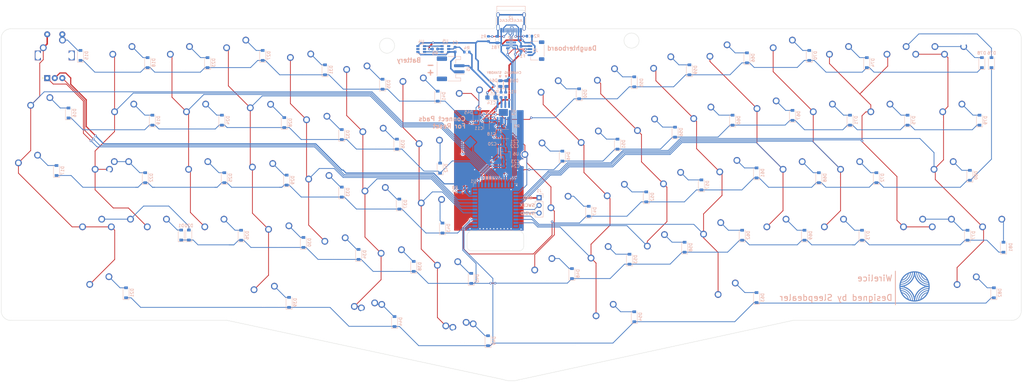
<source format=kicad_pcb>
(kicad_pcb (version 20210424) (generator pcbnew)
  (layers (0 "F.Cu" signal) (31 "B.Cu" signal) (34 "B.Paste" user) (35 "F.Paste" user) (36 "B.SilkS" user "B.Silkscreen") (37 "F.SilkS" user "F.Silkscreen") (38 "B.Mask" user) (39 "F.Mask" user) (44 "Edge.Cuts" user))
  (net 0 "")
  (net 1 "GND")
  (net 2 "+5V")
  (net 3 "VBAT")
  (net 4 "+3V3")
  (net 5 "Net-(D15-Pad2)")
  (net 6 "ROW0")
  (net 7 "Net-(D16-Pad2)")
  (net 8 "ROW1")
  (net 9 "Net-(D17-Pad2)")
  (net 10 "ROW2")
  (net 11 "Net-(D18-Pad2)")
  (net 12 "Net-(D19-Pad2)")
  (net 13 "Net-(D20-Pad2)")
  (net 14 "ROW3")
  (net 15 "Net-(D21-Pad2)")
  (net 16 "ROW4")
  (net 17 "Net-(D22-Pad2)")
  (net 18 "Net-(D23-Pad2)")
  (net 19 "Net-(D24-Pad2)")
  (net 20 "Net-(D25-Pad2)")
  (net 21 "Net-(D26-Pad2)")
  (net 22 "Net-(D27-Pad2)")
  (net 23 "Net-(D28-Pad2)")
  (net 24 "Net-(D29-Pad2)")
  (net 25 "Net-(D30-Pad2)")
  (net 26 "Net-(D31-Pad2)")
  (net 27 "Net-(D32-Pad2)")
  (net 28 "Net-(D33-Pad2)")
  (net 29 "Net-(D34-Pad2)")
  (net 30 "Net-(D35-Pad2)")
  (net 31 "Net-(D36-Pad2)")
  (net 32 "Net-(D37-Pad2)")
  (net 33 "Net-(D38-Pad2)")
  (net 34 "Net-(D39-Pad2)")
  (net 35 "Net-(D40-Pad2)")
  (net 36 "Net-(D41-Pad2)")
  (net 37 "Net-(D42-Pad2)")
  (net 38 "Net-(D43-Pad2)")
  (net 39 "Net-(D44-Pad2)")
  (net 40 "Net-(D45-Pad2)")
  (net 41 "Net-(D46-Pad2)")
  (net 42 "Net-(D47-Pad2)")
  (net 43 "Net-(D48-Pad2)")
  (net 44 "Net-(D49-Pad2)")
  (net 45 "Net-(D50-Pad2)")
  (net 46 "Net-(D51-Pad2)")
  (net 47 "Net-(D52-Pad2)")
  (net 48 "Net-(D53-Pad2)")
  (net 49 "Net-(D54-Pad2)")
  (net 50 "Net-(D55-Pad2)")
  (net 51 "Net-(D56-Pad2)")
  (net 52 "Net-(D57-Pad2)")
  (net 53 "Net-(D58-Pad2)")
  (net 54 "Net-(D59-Pad2)")
  (net 55 "Net-(D60-Pad2)")
  (net 56 "Net-(D61-Pad2)")
  (net 57 "Net-(D62-Pad2)")
  (net 58 "Net-(D63-Pad2)")
  (net 59 "Net-(D64-Pad1)")
  (net 60 "Net-(D65-Pad1)")
  (net 61 "Net-(D66-Pad2)")
  (net 62 "Net-(D67-Pad2)")
  (net 63 "Net-(D68-Pad2)")
  (net 64 "Net-(D69-Pad2)")
  (net 65 "Net-(D70-Pad2)")
  (net 66 "Net-(D71-Pad2)")
  (net 67 "Net-(D72-Pad2)")
  (net 68 "Net-(D73-Pad2)")
  (net 69 "Net-(D74-Pad2)")
  (net 70 "Net-(D75-Pad2)")
  (net 71 "Net-(D76-Pad2)")
  (net 72 "Net-(D77-Pad2)")
  (net 73 "Net-(D78-Pad2)")
  (net 74 "Net-(D79-Pad2)")
  (net 75 "Net-(D80-Pad2)")
  (net 76 "Net-(D81-Pad2)")
  (net 77 "Net-(D82-Pad2)")
  (net 78 "/RESET")
  (net 79 "/SWDCLK")
  (net 80 "/SWDIO")
  (net 82 "/CC1")
  (net 83 "D-")
  (net 84 "D+")
  (net 86 "/CC2")
  (net 87 "VBUS")
  (net 88 "Net-(C1-Pad1)")
  (net 89 "COL0")
  (net 90 "COL1")
  (net 91 "COL2")
  (net 92 "COL3")
  (net 93 "COL4")
  (net 94 "COL5")
  (net 95 "COL6")
  (net 96 "COL7")
  (net 97 "COL8")
  (net 98 "COL9")
  (net 99 "COL10")
  (net 100 "COL11")
  (net 101 "COL12")
  (net 102 "COL13")
  (net 103 "COL14")
  (net 104 "/PROG")
  (net 105 "Net-(C1-Pad2)")
  (net 106 "/CSI")
  (net 107 "/VSENSE")
  (net 108 "/STDBY")
  (net 109 "/CHRG")
  (net 114 "/OC")
  (net 115 "/OD")
  (net 118 "Net-(D1-Pad2)")
  (net 119 "ENCA")
  (net 120 "ENCB")
  (net 124 "GNDPWR")
  (footprint "MX_Only:MXOnly-2.75U-NoLED" (layer "F.Cu") (at 354.088125 155.339975)
    (fp_text reference "MX64")
    (fp_text value "2.75U RSHIFT")
  )
  (footprint "MX_Only:MXOnly-1U-NoLED" (layer "F.Cu") (at 262.284413 101.990693 12)
    (fp_text reference "MX48")
    (fp_text value "9")
  )
  (footprint "MX_Only:MXOnly-1U-NoLED" (layer "F.Cu") (at 225.016989 109.912128 12)
    (fp_text reference "MX39")
    (fp_text value "7")
  )
  (footprint "MX_Only:MXOnly-1U-NoLED" (layer "F.Cu") (at 194.741593 189.357447 -12)
    (fp_text reference "MX38")
    (fp_text value "1uLeftFn")
  )
  (footprint "MX_Only:MXOnly-1U-NoLED" (layer "F.Cu") (at 243.650701 105.95141 12)
    (fp_text reference "MX44")
    (fp_text value "8")
  )
  (footprint "MX_Only:MXOnly-1U-NoLED" (layer "F.Cu") (at 165.645548 144.21141 -12)
    (fp_text reference "MX24")
    (fp_text value "F")
  )
  (footprint "MX_Only:MXOnly-1U-NoLED" (layer "F.Cu") (at 159.591836 103.970692 -12)
    (fp_text reference "MX22")
    (fp_text value "4")
  )
  (footprint "MX_Only:MXOnly-1U-NoLED" (layer "F.Cu") (at 147.011836 140.250692 -12)
    (fp_text reference "MX20")
    (fp_text value "D")
  )
  (footprint "MX_Only:MXOnly-1U-NoLED" (layer "F.Cu") (at 140.958125 100.009974 -12)
    (fp_text reference "MX18")
    (fp_text value "3")
  )
  (footprint "MX_Only:MXOnly-1.5U-NoLED" (layer "F.Cu") (at 357.558125 117.239975)
    (fp_text reference "MX67")
    (fp_text value "BACK SLASH")
  )
  (footprint "MX_Only:MXOnly-1U-NoLED" (layer "F.Cu") (at 94.184375 155.339975)
    (fp_text reference "MX72")
    (fp_text value "LShiftExtra")
  )
  (footprint "MX_Only:MXOnly-1U-NoLED" (layer "F.Cu") (at 127.678125 116.659974 -12)
    (fp_text reference "MX15")
    (fp_text value "W")
  )
  (footprint "MX_Only:MXOnly-1U-NoLED" (layer "F.Cu") (at 107.878125 136.289975)
    (fp_text reference "MX12")
    (fp_text value "A")
  )
  (footprint "MX_Only:MXOnly-1U-NoLED" (layer "F.Cu") (at 228.276989 148.172128 12)
    (fp_text reference "MX35")
    (fp_text value "H")
  )
  (footprint "MX_Only:MXOnly-1U-NoLED" (layer "F.Cu") (at 246.910701 144.21141 12)
    (fp_text reference "MX41")
    (fp_text value "J")
  )
  (footprint "MX_Only:MXOnly-1U-NoLED" (layer "F.Cu") (at 260.184413 160.860693 12)
    (fp_text reference "MX47")
    (fp_text value "M")
  )
  (footprint "MX_Only:MXOnly-1U-NoLED" (layer "F.Cu") (at 59.748125 96.049975)
    (fp_text reference "MX1")
    (fp_text value "ESC")
  )
  (footprint "MX_Only:MXOnly-1U-NoLED" (layer "F.Cu") (at 296.058125 116.179975)
    (fp_text reference "MX54")
    (fp_text value "P")
  )
  (footprint "MX_Only:MXOnly-1U-NoLED" (layer "F.Cu") (at 304.678125 136.289975)
    (fp_text reference "MX55")
    (fp_text value "COLON")
  )
  (footprint "MX_Only:MXOnly-1U-NoLED" (layer "F.Cu") (at 219.656989 130.522128 12)
    (fp_text reference "MX34")
    (fp_text value "Y")
  )
  (footprint "MX_Only:MXOnly-1U-NoLED" (layer "F.Cu") (at 51.518125 134.149975)
    (fp_text reference "MX3")
    (fp_text value "PGDN")
  )
  (footprint "MX_Only:MXOnly-1U-NoLED" (layer "F.Cu") (at 178.225548 107.93141 -12)
    (fp_text reference "MX28")
    (fp_text value "5")
  )
  (footprint "MX_Only:MXOnly-1U-NoLED" (layer "F.Cu") (at 196.85926 111.892128 -12)
    (fp_text reference "MX33")
    (fp_text value "6")
  )
  (footprint "MX_Only:MXOnly-1U-NoLED" (layer "F.Cu") (at 107.178125 117.239975)
    (fp_text reference "MX11")
    (fp_text value "Q")
  )
  (footprint "MX_Only:MXOnly-1.25U-NoLED" (layer "F.Cu") (at 72.753125 155.339975)
    (fp_text reference "MX31")
    (fp_text value "1.25uLshift")
  )
  (footprint "MX_Only:MXOnly-1U-NoLED" (layer "F.Cu") (at 314.688125 117.239975)
    (fp_text reference "MX58")
    (fp_text value "LBRACE")
  )
  (footprint "MX_Only:MXOnly-1U-NoLED" (layer "F.Cu") (at 238.290701 126.56141 12)
    (fp_text reference "MX40")
    (fp_text value "U")
  )
  (footprint "MX_Only:MXOnly-1U-NoLED" (layer "F.Cu") (at 320.048125 98.189975)
    (fp_text reference "MX61")
    (fp_text value "EQUAL")
  )
  (footprint "MX_Only:MXOnly-1.5U-NoLED" (layer "F.Cu") (at 283.628124 176.889975 12)
    (fp_text reference "MX52")
    (fp_text value "RIGHT ALT")
  )
  (footprint "MX_Only:MXOnly-2.25U-NoLED" (layer "F.Cu") (at 82.278125 155.339975)
    (fp_text reference "MX7")
    (fp_text value "2.25uLShift")
  )
  (footprint "MX_Only:MXOnly-1U-NoLED" (layer "F.Cu") (at 120.458125 96.049975)
    (fp_text reference "MX14")
    (fp_text value "2")
  )
  (footprint "MX_Only:MXOnly-1U-NoLED" (layer "F.Cu") (at 113.228125 155.339975)
    (fp_text reference "MX13")
    (fp_text value "Z")
  )
  (footprint "MX_Only:MXOnly-2U-NoLED" (layer "F.Cu") (at 348.623125 98.189975)
    (fp_text reference "MX66")
    (fp_text value "2U BKSP")
  )
  (footprint "MX_Only:MXOnly-1U-NoLED" (layer "F.Cu") (at 265.544413 140.250693 12)
    (fp_text reference "MX46")
    (fp_text value "K")
  )
  (footprint "MX_Only:MXOnly-1U-NoLED" (layer "F.Cu") (at 164.945548 124.58141 -12)
    (fp_text reference "MX23")
    (fp_text value "R")
  )
  (footprint "MX_Only:MXOnly-2U-ReversedStabilizers-NoLED" (layer "F.Cu") (at 162.132598 182.426191 -12)
    (fp_text reference "MX73")
    (fp_text value "2uLSpace")
  )
  (footprint "MX_Only:MXOnly-1U-NoLED" (layer "F.Cu") (at 133.728125 156.899974 -12)
    (fp_text reference "MX17")
    (fp_text value "X")
  )
  (footprint "MX_Only:MXOnly-1U-NoLED" (layer "F.Cu") (at 299.318125 155.339975)
    (fp_text reference "MX56")
    (fp_text value "DOT")
  )
  (footprint "MX_Only:MXOnly-1U-NoLED" (layer "F.Cu") (at 278.818124 156.899975 12)
    (fp_text reference "MX51")
    (fp_text value "COMMA")
  )
  (footprint "MX_Only:MXOnly-1.75U-NoLED" (layer "F.Cu") (at 81.680625 136.289975)
    (fp_text reference "MX9")
    (fp_text value "FULL CAPS")
  )
  (footprint "MX_Only:MXOnly-1U-NoLED" (layer "F.Cu") (at 280.918124 98.029975 12)
    (fp_text reference "MX53")
    (fp_text value "0")
  )
  (footprint "MX_Only:MXOnly-1U-NoLED" (layer "F.Cu") (at 339.098125 98.189975)
    (fp_text reference "MX63")
    (fp_text value "1U LBKSP")
  )
  (footprint "MX_Only:MXOnly-1U-NoLED" (layer "F.Cu") (at 170.995548 164.82141 -12)
    (fp_text reference "MX25")
    (fp_text value "V")
  )
  (footprint "MX_Only:MXOnly-1U-NoLED" (layer "F.Cu") (at 183.57926 128.542128 -12)
    (fp_text reference "MX29")
    (fp_text value "T")
  )
  (footprint "MX_Only:MXOnly-1.5U-NoLED" (layer "F.Cu") (at 75.138125 174.389975)
    (fp_text reference "MX8")
    (fp_text value "LCTRL")
  )
  (footprint "MX_Only:MXOnly-1U-NoLED" (layer "F.Cu") (at 323.728125 136.289975)
    (fp_text reference "MX59")
    (fp_text value "QUOTE")
  )
  (footprint "MX_Only:MXOnly-1.5U-NoLED" (layer "F.Cu") (at 128.918125 176.889974 -12)
    (fp_text reference "MX26")
    (fp_text value "LALT")
  )
  (footprint "Keeb-IO:RotaryEncoder_Alps_EC11E-Switch_Vertical_H20mm" (layer "F.Cu") (at 59.748125 96.049975 90)
    (fp_text reference "SW1")
    (fp_text value "Rotary_Encoder_Switch")
  )
  (footprint "MX_Only:MXOnly-1U-NoLED" (layer "F.Cu") (at 333.738125 117.239975)
    (fp_text reference "MX62")
    (fp_text value "RBRACE")
  )
  (footprint "MX_Only:MXOnly-1.75U-NoLED" (layer "F.Cu") (at 344.563125 155.339975)
    (fp_text reference "MX65")
    (fp_text value "1.75U RSHIFT")
  )
  (footprint "MX_Only:MXOnly-2.25U-ReversedStabilizers-NoLED" (layer "F.Cu") (at 354.678125 136.289975)
    (fp_text reference "MX68")
    (fp_text value "ENTER")
  )
  (footprint "MX_Only:MXOnly-1U-NoLED" (layer "F.Cu") (at 189.62926 168.782128 -12)
    (fp_text reference "MX27")
    (fp_text value "B")
  )
  (footprint "MX_Only:MXOnly-1.25U-NoLED" (layer "F.Cu") (at 76.918125 136.289975)
    (fp_text reference "MX6")
    (fp_text value "STEPPED CAPS")
  )
  (footprint "MX_Only:MXOnly-1U-NoLED" (layer "F.Cu") (at 128.378125 136.289974 -12)
    (fp_text reference "MX16")
    (fp_text value "S")
  )
  (footprint "MX_Only:MXOnly-1U-NoLED" (layer "F.Cu") (at 146.311836 120.620692 -12)
    (fp_text reference "MX19")
    (fp_text value "E")
  )
  (footprint "MX_Only:MXOnly-1U-NoLED" (layer "F.Cu") (at 152.361836 160.860692 -12)
    (fp_text reference "MX21")
    (fp_text value "C")
  )
  (footprint "MX_Only:MXOnly-1U-NoLED" (layer "F.Cu") (at 55.588125 115.099975)
    (fp_text reference "MX2")
    (fp_text value "PGUP")
  )
  (footprint "MX_Only:MXOnly-1.25U-NoLED" (layer "F.Cu") (at 192.412379 188.862357 -12)
    (fp_text reference "MX37")
    (fp_text value "1.25uLeftFn")
  )
  (footprint "MX_Only:MXOnly-1U-NoLED" (layer "F.Cu") (at 358.148125 98.189975)
    (fp_text reference "MX71")
    (fp_text value "1U RBKSP")
  )
  (footprint "MX_Only:MXOnly-1.5U-NoLED" (layer "F.Cu") (at 362.313725 174.437975)
    (fp_text reference "MX70")
    (fp_text value "RIGHT CTRL")
  )
  (footprint "MX_Only:MXOnly-1U-NoLED" (layer "F.Cu") (at 101.818125 98.189975)
    (fp_text reference "MX10")
    (fp_text value "1")
  )
  (footprint "MX_Only:MXOnly-1.5U-NoLED" (layer "F.Cu") (at 83.368125 117.239975)
    (fp_text reference "MX5")
    (fp_text value "TAB")
  )
  (footprint "MX_Only:MXOnly-2.75U-ReversedStabilizers-NoLED" (layer "F.Cu") (at 243.218124 183.949975 12)
    (fp_text reference "MX43")
    (fp_text value "RIGHT SPACE")
  )
  (footprint "MX_Only:MXOnly-1U-NoLED" (layer "F.Cu") (at 82.768125 98.189975)
    (fp_text reference "MX4")
    (fp_text value "GRV")
  )
  (footprint "MX_Only:MXOnly-2.25U-ReversedStabilizers-NoLED" (layer "F.Cu") (at 164.461812 182.92128 -12)
    (fp_text reference "MX32")
    (fp_text value "2.25uLSpace")
  )
  (footprint "MX_Only:MXOnly-1U-NoLED" (layer "F.Cu") (at 284.178124 136.289975 12)
    (fp_text reference "MX50")
    (fp_text value "L")
  )
  (footprint "MX_Only:MXOnly-1U-NoLED" (layer "F.Cu") (at 370.756875 155.339975)
    (fp_text reference "MX69")
    (fp_text value "100 FN")
  )
  (footprint "MX_Only:MXOnly-1U-NoLED" (layer "F.Cu") (at 241.550701 164.82141 12)
    (fp_text reference "MX42")
    (fp_text value "N")
  )
  (footprint "MX_Only:MXOnly-1U-NoLED" (layer "F.Cu") (at 318.368125 155.339975)
    (fp_text reference "MX60")
    (fp_text value "SLASH")
  )
  (footprint "MX_Only:MXOnly-1U-NoLED" (layer "F.Cu") (at 222.916989 168.782128 12)
    (fp_text reference "MX36")
    (fp_text value "EXTRA")
  )
  (footprint "MX_Only:MXOnly-1U-NoLED" (layer "F.Cu") (at 184.27926 148.172128 -12)
    (fp_text reference "MX30")
    (fp_text value "G")
  )
  (footprint "MX_Only:MXOnly-1U-NoLED" (layer "F.Cu") (at 301.418125 96.049975)
    (fp_text reference "MX57")
    (fp_text value "MINUS")
  )
  (footprint "MX_Only:MXOnly-1U-NoLED" (layer "F.Cu") (at 275.558124 118.639975 12)
    (fp_text reference "MX49")
    (fp_text value "O")
  )
  (footprint "MX_Only:MXOnly-1U-NoLED" (layer "F.Cu") (at 256.924413 122.600693 12)
    (fp_text reference "MX45")
    (fp_text value "I")
  )
  (footprint "Diode_SMD:D_SOD-123" (layer "B.Cu") (at 251.61875 104.775 90)
    (fp_text reference "D55")
    (fp_text value "1N4148W")
  )
  (footprint "sleep-lib:logo-large-CU" (layer "B.Cu") (at 342.9 173.863 180)
    (fp_text reference "H1" hide)
    (fp_text value "Logo" hide)
  )
  (footprint "Diode_SMD:D_SOD-123" (layer "B.Cu") (at 265.1125 121.44375 90)
    (fp_text reference "D56")
    (fp_text value "1N4148W")
  )
  (footprint "Diode_SMD:D_SOD-123" (layer "B.Cu") (at 255.5875 142.875 90)
    (fp_text reference "D52")
    (fp_text value "1N4148W")
  )
  (footprint "Diode_SMD:D_SOD-123" (layer "B.Cu") (at 331.7875 136.525 90)
    (fp_text reference "D72")
    (fp_text value "1N4148W")
  )
  (footprint "Diode_SMD:D_SOD-123" (layer "B.Cu") (at 268.2875 159.54375 90)
    (fp_text reference "D58")
    (fp_text value "1N4148W")
  )
  (footprint "Diode_SMD:D_SOD-123" (layer "B.Cu") (at 128.5875 96.04375 90)
    (fp_text reference "D27")
    (fp_text value "1N4148W")
  )
  (footprint "Capacitor_SMD:C_0603_1608Metric" (layer "B.Cu") (at 192.278 94.107 90)
    (fp_text reference "C1")
    (fp_text value "100nF")
  )
  (footprint "Diode_SMD:D_SOD-123" (layer "B.Cu") (at 187.325 133.35 90)
    (fp_text reference "D42")
    (fp_text value "1N4148W")
  )
  (footprint "Diode_SMD:D_SOD-123" (layer "B.Cu") (at 328.6125 98.425 90)
    (fp_text reference "D74")
    (fp_text value "1N4148W")
  )
  (footprint "Capacitor_SMD:C_0603_1608Metric" (layer "B.Cu") (at 209.169 131.191 180)
    (fp_text reference "C23")
    (fp_text value "1u")
  )
  (footprint "Diode_SMD:D_SOD-123" (layer "B.Cu") (at 287.3375 155.575 90)
    (fp_text reference "D62")
    (fp_text value "1N4148W")
  )
  (footprint "Diode_SMD:D_SOD-123" (layer "B.Cu") (at 373.85625 159.54375 90)
    (fp_text reference "D81")
    (fp_text value "1N4148W")
  )
  (footprint "Diode_SMD:D_SOD-123" (layer "B.Cu") (at 68.2625 96.04375 90)
    (fp_text reference "D15")
    (fp_text value "1N4148W")
  )
  (footprint "Schematic Library:nRF52840_holyiot_18010_HS_simple" (layer "B.Cu") (at 205.613 147.955)
    (fp_text reference "U1")
    (fp_text value "nRF52840_holyiot_18010")
  )
  (footprint "Package_TO_SOT_SMD:SOT-23-6" (layer "B.Cu") (at 210.82 92.71)
    (fp_text reference "U2")
    (fp_text value "SRV05-4")
  )
  (footprint "Resistor_SMD:R_0603_1608Metric" (layer "B.Cu") (at 194.818 139.827 180)
    (fp_text reference "R8")
    (fp_text value "2M")
  )
  (footprint "Diode_SMD:D_SOD-123" (layer "B.Cu") (at 135.73125 118.26875 90)
    (fp_text reference "D28")
    (fp_text value "1N4148W")
  )
  (footprint "Diode_SMD:D_SOD-123" (layer "B.Cu") (at 309.5625 96.04375 90)
    (fp_text reference "D70")
    (fp_text value "1N4148W")
  )
  (footprint "Package_TO_SOT_SMD:SOT-23" (layer "B.Cu") (at 209.042 128.651 90)
    (fp_text reference "U6")
    (fp_text value "XC626P332MR")
  )
  (footprint "Diode_SMD:D_SOD-123" (layer "B.Cu") (at 366.7125 98.425 90)
    (fp_text reference "D78")
    (fp_text value "1N4148W")
  )
  (footprint "Diode_SMD:D_SOD-123" (layer "B.Cu") (at 186.53125 109.5375 90)
    (fp_text reference "D41")
    (fp_text value "1N4148W")
  )
  (footprint "Diode_SMD:D_SOD-123" (layer "B.Cu") (at 168.275 105.56875 90)
    (fp_text reference "D35")
    (fp_text value "1N4148W")
  )
  (footprint "Diode_SMD:D_SOD-123" (layer "B.Cu") (at 142.08125 157.95625 90)
    (fp_text reference "D30")
    (fp_text value "1N4148W")
  )
  (footprint "Diode_SMD:D_SOD-123" (layer "B.Cu") (at 83.34375 174.625 90)
    (fp_text reference "D21")
    (fp_text value "1N4148W")
  )
  (footprint "Diode_SMD:D_SOD-123" (layer "B.Cu") (at 273.84375 138.90625 90)
    (fp_text reference "D57")
    (fp_text value "1N4148W")
  )
  (footprint "Connector_JST:JST_SH_SM04B-SRSS-TB_1x04-1MP_P1.00mm_Horizontal" (layer "B.Cu") (at 219.075 94.45625 -90)
    (fp_text reference "J3")
    (fp_text value "Unified DB")
  )
  (footprint "Diode_SMD:D_SOD-123" (layer "B.Cu") (at 92.075 117.475 90)
    (fp_text reference "D19")
    (fp_text value "1N4148W")
  )
  (footprint "Diode_SMD:D_SOD-123" (layer "B.Cu") (at 227.80625 129.38125 90)
    (fp_text reference "D46")
    (fp_text value "1N4148W")
  )
  (footprint "Diode_SMD:D_SOD-123" (layer "B.Cu") (at 292.1 176.2125 90)
    (fp_text reference "D63")
    (fp_text value "1N4148W")
  )
  (footprint "Package_TO_SOT_SMD:SOT-23-6" (layer "B.Cu") (at 181.07025 93.9165)
    (fp_text reference "U4")
    (fp_text value "FS8205")
  )
  (footprint "LED_SMD:LED_0805_2012Metric" (layer "B.Cu") (at 207.264 105.3615 90)
    (fp_text reference "D64")
    (fp_text value "Green")
  )
  (footprint "Diode_SMD:D_SOD-123" (layer "B.Cu") (at 361.95 155.575 90)
    (fp_text reference "D77")
    (fp_text value "1N4148W")
  )
  (footprint "Diode_SMD:D_SOD-123" (layer "B.Cu") (at 236.5375 147.6375 90)
    (fp_text reference "D47")
    (fp_text value "1N4148W")
  )
  (footprint "Diode_SMD:D_SOD-123" (layer "B.Cu") (at 101.6 155.5125 90)
    (fp_text reference "D1")
    (fp_text value "1N4148W")
  )
  (footprint "Diode_SMD:D_SOD-123" (layer "B.Cu") (at 312.7375 136.525 90)
    (fp_text reference "D68")
    (fp_text value "1N4148W")
  )
  (footprint "Capacitor_SMD:C_0603_1608Metric" (layer "B.Cu") (at 204.597 118.364 90)
    (fp_text reference "C12")
    (fp_text value "100nF")
  )
  (footprint "Diode_SMD:D_SOD-123" (layer "B.Cu") (at 110.33125 98.425 90)
    (fp_text reference "D23")
    (fp_text value "1N4148W")
  )
  (footprint "Diode_SMD:D_SOD-123" (layer "B.Cu") (at 121.44375 155.575 90)
    (fp_text reference "D26")
    (fp_text value "1N4148W")
  )
  (footprint "Diode_SMD:D_SOD-123" (layer "B.Cu") (at 369.8875 98.425 90)
    (fp_text reference "D76")
    (fp_text value "1N4148W")
  )
  (footprint "Connector_USB:USB_C_Receptacle_HRO_TYPE-C-31-M-12" (layer "B.Cu") (at 210.82 83.641)
    (fp_text reference "J2")
    (fp_text value "USB_C_Receptacle_USB2.0")
  )
  (footprint "Resistor_SMD:R_0603_1608Metric" (layer "B.Cu") (at 216.916 89.662)
    (fp_text reference "R2")
    (fp_text value "5.1k")
  )
  (footprint "LED_SMD:LED_0805_2012Metric" (layer "B.Cu") (at 209.296 105.3615 90)
    (fp_text reference "D65")
    (fp_text value "RED")
  )
  (footprint "Diode_SMD:D_SOD-123" (layer "B.Cu") (at 197.64375 169.8625 90)
    (fp_text reference "D40")
    (fp_text value "1N4148W")
  )
  (footprint "Diode_SMD:D_SOD-123" (layer "B.Cu") (at 89.69375 136.525 90)
    (fp_text reference "D22")
    (fp_text value "1N4148W")
  )
  (footprint "Diode_SMD:D_SOD-123" (layer "B.Cu") (at 362.74375 135.73125 90)
    (fp_text reference "D80")
    (fp_text value "1N4148W")
  )
  (footprint "Diode_SMD:D_SOD-123" (layer "B.Cu") (at 250.03125 163.5125 90)
    (fp_text reference "D53")
    (fp_text value "1N4148W")
  )
  (footprint "Capacitor_SMD:C_0603_1608Metric" (layer "B.Cu") (at 209.169 132.715 180)
    (fp_text reference "C24")
    (fp_text value "100nF")
  )
  (footprint "Diode_SMD:D_SOD-123" (layer "B.Cu") (at 173.0375 125.4125 90)
    (fp_text reference "D36")
    (fp_text value "1N4148W")
  )
  (footprint "Capacitor_Tantalum_SMD:CP_EIA-3216-18_Kemet-A" (layer "B.Cu") (at 202.692 118.872 -90)
    (fp_text reference "C11")
    (fp_text value "10uF")
  )
  (footprint "Diode_SMD:D_SOD-123" (layer "B.Cu") (at 323.05625 117.475 90)
    (fp_text reference "D71")
    (fp_text value "1N4148W")
  )
  (footprint "Connector_JST:JST_PH_S2B-PH-SM4-TB_1x02-1MP_P2.00mm_Horizontal" (layer "B.Cu") (at 190.825 100.457 90)
    (fp_text reference "J5")
    (fp_text value "Battery")
  )
  (footprint "Diode_SMD:D_SOD-123" (layer "B.Cu") (at 172.24375 184.15 90)
    (fp_text reference "D44")
    (fp_text value "1N4148W")
  )
  (footprint "Diode_SMD:D_SOD-123" (layer "B.Cu") (at 149.225 100.80625 90)
    (fp_text reference "D31")
    (fp_text value "1N4148W")
  )
  (footprint "Capacitor_Tantalum_SMD:CP_EIA-3528-21_Kemet-B" (layer "B.Cu") (at 208.28 122.047)
    (fp_text reference "C18")
    (fp_text value "100uF")
  )
  (footprint "Diode_SMD:D_SOD-123" (layer "B.Cu") (at 160.3375 161.925 90)
    (fp_text reference "D34")
    (fp_text value "1N4148W")
  )
  (footprint "Diode_SMD:D_SOD-123" (layer "B.Cu") (at 178.59375 165.89375 90)
    (fp_text reference "D38")
    (fp_text value "1N4148W")
  )
  (footprint "Diode_SMD:D_SOD-123" (layer "B.Cu") (at 251.61875 182.5625 90)
    (fp_text reference "D54")
    (fp_text value "1N4148W")
  )
  (footprint "Diode_SMD:D_SOD-123" (layer "B.Cu") (at 104.14 155.5125 90)
    (fp_text reference "D20")
    (fp_text value "1N4148W")
  )
  (footprint "Diode_SMD:D_SOD-123" (layer "B.Cu") (at 327.025 155.575 90)
    (fp_text reference "D73")
    (fp_text value "1N4148W")
  )
  (footprint "Diode_SMD:D_SOD-123" (layer "B.Cu") (at 230.98125 168.275 90)
    (fp_text reference "D48")
    (fp_text value "1N4148W")
  )
  (footprint "Package_TO_SOT_SMD:SOT-23-6" (layer "B.Cu") (at 189.07125 93.9165)
    (fp_text reference "U5")
    (fp_text value "DW01A")
  )
  (footprint "Diode_SMD:D_SOD-123" (layer "B.Cu") (at 154.78125 122.2375 90)
    (fp_text reference "D32")
    (fp_text value "1N4148W")
  )
  (footprint "Resistor_SMD:R_0603_1608Metric" (layer "B.Cu") (at 196.18325 94.9325)
    (fp_text reference "R4")
    (fp_text value "100R")
  )
  (footprint "Diode_SMD:D_SOD-123" (layer "B.Cu") (at 304.00625 115.8875 90)
    (fp_text reference "D67")
    (fp_text value "1N4148W")
  )
  (footprint "Resistor_SMD:R_0603_1608Metric" (layer "B.Cu") (at 203.327 90.551 -90)
    (fp_text reference "R1")
    (fp_text value "5.1k")
  )
  (footprint "random-keyboard-parts:Jumper-UserFriendly" (layer "B.Cu") (at 196.215 123.825 45)
    (fp_text reference "SW29")
    (fp_text value "SW_Push")
  )
  (footprint "Diode_SMD:D_SOD-123" (layer "B.Cu") (at 288.925 96.8375 90)
    (fp_text reference "D66")
    (fp_text value "1N4148W")
  )
  (footprint "Diode_SMD:D_SOD-123" (layer "B.Cu") (at 233.3625 108.74375 90)
    (fp_text reference "D50")
    (fp_text value "1N4148W")
  )
  (footprint "Resistor_SMD:R_0603_1608Metric" (layer "B.Cu") (at 209.042 109.093 -90)
    (fp_text reference "R13")
    (fp_text value "2.7k")
  )
  (footprint "Diode_SMD:D_SOD-123" (layer "B.Cu") (at 115.09375 117.475 90)
    (fp_text reference "D24")
    (fp_text value "1N4148W")
  )
  (footprint "Diode_SMD:D_SOD-123" (layer "B.Cu") (at 154.78125 141.2875 90)
    (fp_text reference "D33")
    (fp_text value "1N4148W")
  )
  (footprint "Resistor_SMD:R_0603_1608Metric" (layer "B.Cu") (at 194.818 141.351)
    (fp_text reference "R7")
    (fp_text value "1.3M")
  )
  (footprint "Diode_SMD:D_SOD-123" (layer "B.Cu") (at 136.525 137.31875 90)
    (fp_text reference "D29")
    (fp_text value "1N4148W")
  )
  (footprint "Diode_SMD:D_SOD-123" (layer "B.Cu") (at 90.4875 98.425 90)
    (fp_text reference "D18")
    (fp_text value "1N4148W")
  )
  (footprint "Diode_SMD:D_SOD-123" (layer "B.Cu") (at 292.1 134.9375 90)
    (fp_text reference "D61")
    (fp_text value "1N4148W")
  )
  (footprint "Inductor_SMD:L_0805_2012Metric" (layer "B.Cu") (at 206.248 90.805 90)
    (fp_text reference "FB1")
    (fp_text value "Ferrite Bead")
  )
  (footprint "Diode_SMD:D_SOD-123" (layer "B.Cu") (at 307.975 155.575 90)
    (fp_text reference "D69")
    (fp_text value "1N4148W")
  )
  (footprint "Diode_SMD:D_SOD-123" (layer "B.Cu") (at 60.325 134.14375 90)
    (fp_text reference "D17")
    (fp_text value "1N4148W")
  )
  (footprint "Resistor_SMD:R_0603_1608Metric" (layer "B.Cu") (at 209.169 119.507)
    (fp_text reference "R3")
    (fp_text value "1.8k")
  )
  (footprint "Capacitor_SMD:C_0603_1608Metric" (layer "B.Cu") (at 209.169 126.111 180)
    (fp_text reference "C22")
    (fp_text value "1u")
  )
  (footprint "Capacitor_SMD:C_0603_1608Metric" (layer "B.Cu") (at 206.883 125.349 -90)
    (fp_text reference "C20")
    (fp_text value "4.7u")
  )
  (footprint "Fuse:Fuse_0603_1608Metric" (layer "B.Cu") (at 214.122 93.853 -90)
    (fp_text reference "F1")
    (fp_text value "750mA")
  )
  (footprint "Diode_SMD:D_SOD-123" (layer "B.Cu") (at 137.31875 177.8 90)
    (fp_text reference "D39")
    (fp_text value "1N4148W")
  )
  (footprint "Capacitor_Tantalum_SMD:CP_EIA-3216-18_Kemet-A" (layer "B.Cu") (at 204.343 109.982 180)
    (fp_text reference "C14")
    (fp_text value "10uF")
  )
  (footprint "Diode_SMD:D_SOD-123" (layer "B.Cu") (at 173.83125 145.25625 90)
    (fp_text reference "D37")
    (fp_text value "1N4148W")
  )
  (footprint "Diode_SMD:D_SOD-123" (layer "B.Cu") (at 269.875 100.80625 90)
    (fp_text reference "D59")
    (fp_text value "1N4148W")
  )
  (footprint "Package_SO:SOIC-8-1EP_3.9x4.9mm_P1.27mm_EP2.29x3mm" (layer "B.Cu") (at 208.28 114.935 90)
    (fp_text reference "U3")
    (fp_text value "TP4056")
  )
  (footprint "Connector_PinHeader_2.54mm:PinHeader_1x03_P2.54mm_Vertical" (layer "B.Cu") (at 220.091 143.144 180)
    (fp_text reference "J1")
    (fp_text value "SWD")
  )
  (footprint "Diode_SMD:D_SOD-123" (layer "B.Cu") (at 246.0625 125.4125 90)
    (fp_text reference "D51")
    (fp_text value "1N4148W")
  )
  (footprint "Diode_SMD:D_SOD-123" (layer "B.Cu") (at 365.91875 117.475 90)
    (fp_text reference "D79")
    (fp_text value "1N4148W")
  )
  (footprint "Capacitor_SMD:C_0603_1608Metric" (layer "B.Cu") (at 209.169 124.587 180)
    (fp_text reference "C21")
    (fp_text value "4.7u")
  )
  (footprint "Diode_SMD:D_SOD-123" (layer "B.Cu") (at 342.10625 117.475 90)
    (fp_text reference "D75")
    (fp_text value "1N4148W")
  )
  (footprint "Diode_SMD:D_SOD-123" (layer "B.Cu") (at 203.2 190.5 90)
    (fp_text reference "D49")
    (fp_text value "1N4148W")
  )
  (footprint "Resistor_SMD:R_0603_1608Metric" (layer "B.Cu") (at 185.64225 93.9165 180)
    (fp_text reference "R5")
    (fp_text value "1k")
  )
  (footprint "Diode_SMD:D_SOD-123" (layer "B.Cu") (at 284.1625 117.475 90)
    (fp_text reference "D60")
    (fp_text value "1N4148W")
  )
  (footprint "Diode_SMD:D_SOD-123" (layer "B.Cu") (at 370.68125 174.625 90)
    (fp_text reference "D82")
    (fp_text value "1N4148W")
  )
  (footprint "Diode_SMD:D_SOD-123" (layer "B.Cu") (at 64.29375 115.09375 90)
    (fp_text reference "D16")
    (fp_text value "1N4148W")
  )
  (footprint "Diode_SMD:D_SOD-123" (layer "B.Cu") (at 188.11875 153.19375 90)
    (fp_text reference "D43")
    (fp_text value "1N4148W")
  )
  (footprint "Diode_SMD:D_SOD-123" (layer "B.Cu") (at 199.23125 116.68125 90)
    (fp_text reference "D45")
    (fp_text value "1N4148W")
  )
  (footprint "Diode_SMD:D_SOD-123" (layer "B.Cu") (at 115.8875 136.525 90)
    (fp_text reference "D25")
    (fp_text value "1N4148W")
  )
  (footprint "Resistor_SMD:R_0603_1608Metric" (layer "B.Cu") (at 207.518 109.093 -90)
    (fp_text reference "R12")
    (fp_text value "2.7k")
  )
  (gr_line (start 338.068731 167.48125) (end 338.068731 178.59375) (layer "B.SilkS") (width 0.3))
  (gr_circle (center 250.701173 91.127651) (end 252.46894 92.895418) (layer "Edge.Cuts") (width 0.1) (fill none))
  (gr_arc (start 204.761084 86.231369) (end 205.761084 86.231369) (angle 90) (layer "Edge.Cuts") (width 0.1))
  (gr_arc (start 213.5 155.75) (end 215 155.75) (angle -90) (layer "Edge.Cuts") (width 0.1))
  (gr_line (start 205.761084 86.231369) (end 205.761084 82.231369) (layer "Edge.Cuts") (width 0.1))
  (gr_line (start 376.573972 183.771411) (end 304.165 183.769) (layer "Edge.Cuts") (width 0.1))
  (gr_arc (start 216.775716 86.231348) (end 215.775716 86.231348) (angle -90) (layer "Edge.Cuts") (width 0.1))
  (gr_line (start 304.165 183.769) (end 213.354418 203.456548) (layer "Edge.Cuts") (width 0.1))
  (gr_arc (start 376.573972 90.406374) (end 379.748972 90.406374) (angle -90) (layer "Edge.Cuts") (width 0.1))
  (gr_line (start 116.84 183.769) (end 208.137252 203.330428) (layer "Edge.Cuts") (width 0.1))
  (gr_arc (start 197.75 155.75) (end 197.75 154.25) (angle -90) (layer "Edge.Cuts") (width 0.1))
  (gr_line (start 379.748972 90.406374) (end 379.748972 180.596411) (layer "Edge.Cuts") (width 0.1))
  (gr_arc (start 197.75 159.25) (end 196.25 159.25) (angle -90) (layer "Edge.Cuts") (width 0.1))
  (gr_line (start 197.75 154.25) (end 213.5 154.25) (layer "Edge.Cuts") (width 0.1))
  (gr_arc (start 214.675718 82.231348) (end 215.775716 82.231348) (angle -90.00390654) (layer "Edge.Cuts") (width 0.1))
  (gr_arc (start 206.861082 82.231369) (end 205.761084 82.231369) (angle 90.00390654) (layer "Edge.Cuts") (width 0.1))
  (gr_arc (start 376.573972 180.596411) (end 379.748972 180.596411) (angle 90) (layer "Edge.Cuts") (width 0.1))
  (gr_line (start 213.5 160.75) (end 197.75 160.75) (layer "Edge.Cuts") (width 0.1))
  (gr_line (start 116.84 183.769) (end 45.175 183.769) (layer "Edge.Cuts") (width 0.1))
  (gr_circle (center 169.755873 92.808116) (end 171.52364 94.575883) (layer "Edge.Cuts") (width 0.1) (fill none))
  (gr_line (start 215.775716 86.231348) (end 215.775716 82.231348) (layer "Edge.Cuts") (width 0.1))
  (gr_line (start 42 180.594) (end 42 90.406372) (layer "Edge.Cuts") (width 0.1))
  (gr_arc (start 45.175 90.406372) (end 42 90.406372) (angle 90) (layer "Edge.Cuts") (width 0.1))
  (gr_arc (start 213.5 159.25) (end 213.5 160.75) (angle -90) (layer "Edge.Cuts") (width 0.1))
  (gr_line (start 214.675643 81.13135) (end 206.861157 81.131371) (layer "Edge.Cuts") (width 0.1))
  (gr_line (start 196.25 159.25) (end 196.25 155.75) (layer "Edge.Cuts") (width 0.1))
  (gr_line (start 215 155.75) (end 215 159.25) (layer "Edge.Cuts") (width 0.1))
  (gr_arc (start 45.175 180.594) (end 42 180.594) (angle -90) (layer "Edge.Cuts") (width 0.1))
  (gr_line (start 45.175 87.231372) (end 204.761084 87.231369) (layer "Edge.Cuts") (width 0.1))
  (gr_line (start 376.573972 87.231374) (end 216.775716 87.231348) (layer "Edge.Cuts") (width 0.1))
  (gr_arc (start 210.947 195.072) (end 208.137252 203.330428) (angle -34.80986477) (layer "Edge.Cuts") (width 0.1))
  (gr_text "STANDBY\n▼" (at 207.772 102.362) (layer "B.SilkS") (effects (font (size 0.75 0.75)) (justify left mirror)))
  (gr_text "Connect Pads\nFor Reset" (at 195.961 118.237) (layer "B.SilkS") (effects (font (size 1.5 1.5) (thickness 0.3)) (justify left mirror)))
  (gr_text "Battery" (at 177.00625 97.63125) (layer "B.SilkS") (effects (font (size 1.5 1.5) (thickness 0.3)) (justify mirror)))
  (gr_text "Daughterboard" (at 230.98125 93.6625) (layer "B.SilkS") (effects (font (size 1.5 1.5) (thickness 0.3)) (justify mirror)))
  (gr_text "-" (at 184.15 99.187) (layer "B.SilkS") (effects (font (size 2 2) (thickness 0.45)) (justify mirror)))
  (gr_text "SWDIO" (at 216.281 148.336) (layer "B.SilkS") (effects (font (size 1 1) (thickness 0.2)) (justify mirror)))
  (gr_text "JLCJLCJLCJLC" (at 210.82 84.455) (layer "B.SilkS") (effects (font (size 0.75 0.75)) (justify mirror)))
  (gr_text "GND" (at 216.37625 143.1925) (layer "B.SilkS") (effects (font (size 1 1) (thickness 0.2)) (justify mirror)))
  (gr_text "+" (at 184.15 101.6) (layer "B.SilkS") (effects (font (size 2 2) (thickness 0.45)) (justify mirror)))
  (gr_text "Wirelice\n\nDesigned by Sleepdealer" (at 337.274981 173.0375) (layer "B.SilkS") (effects (font (size 2 2) (thickness 0.3)) (justify left mirror)))
  (gr_text "SWCLK" (at 216.154 145.669) (layer "B.SilkS") (effects (font (size 1 1) (thickness 0.2)) (justify mirror)))
  (gr_text "CHARGING\n        ▼" (at 214.3125 102.362) (layer "B.SilkS") (effects (font (size 0.75 0.75)) (justify left mirror)))
  (segment (start 63.373 101.854) (end 65.024 103.505) (width 0.381) (layer "F.Cu") (net 1))
  (segment (start 205.105 106.172) (end 202.946 108.331) (width 0.508) (layer "F.Cu") (net 1))
  (segment (start 214.5665 90.9955) (end 209.2325 90.9955) (width 0.508) (layer "F.Cu") (net 1))
  (segment (start 70.18554 119.58854) (end 73.279 122.682) (width 0.381) (layer "F.Cu") (net 1))
  (segment (start 209.2325 90.9955) (end 207.57 92.658) (width 0.508) (layer "F.Cu") (net 1))
  (segment (start 183.73725 93.9165) (end 183.73725 93.1365) (width 0.508) (layer "F.Cu") (net 1))
  (segment (start 219.837 143.241) (end 210.2 143.241) (width 0.508) (layer "F.Cu") (net 1))
  (segment (start 65.024 105.594674) (end 70.18554 110.756214) (width 0.381) (layer "F.Cu") (net 1))
  (segment (start 65.024 103.505) (end 65.024 105.594674) (width 0.381) (layer "F.Cu") (net 1))
  (segment (start 205.232 106.172) (end 205.105 106.172) (width 0.508) (layer "F.Cu") (net 1))
  (segment (start 59.748125 103.549975) (end 61.4441 101.854) (width 0.381) (layer "F.Cu") (net 1))
  (segment (start 70.18554 110.756214) (end 70.18554 119.58854) (width 0.381) (layer "F.Cu") (net 1))
  (segment (start 61.4441 101.854) (end 63.373 101.854) (width 0.381) (layer "F.Cu") (net 1))
  (segment (start 183.73725 93.1365) (end 184.98925 91.8845) (width 0.508) (layer "F.Cu") (net 1))
  (via (at 184.98925 91.8845) (size 0.8) (drill 0.4) (layers "F.Cu" "B.Cu") (net 1))
  (via (at 207.2285 119.507) (size 0.8) (drill 0.4) (layers "F.Cu" "B.Cu") (net 1))
  (via (at 205.486 133.858) (size 0.8) (drill 0.4) (layers "F.Cu" "B.Cu") (net 1))
  (via (at 204.47 129.667) (size 0.8) (drill 0.4) (layers "F.Cu" "B.Cu") (net 1))
  (via (at 200.533 153.416) (size 0.8) (drill 0.4) (layers "F.Cu" "B.Cu") (net 1))
  (via (at 206.248 153.416) (size 0.8) (drill 0.4) (layers "F.Cu" "B.Cu") (net 1))
  (via (at 73.279 122.682) (size 0.8) (drill 0.4) (layers "F.Cu" "B.Cu") (net 1))
  (via (at 183.73725 93.9165) (size 0.8) (drill 0.4) (layers "F.Cu" "B.Cu") (net 1))
  (via (at 201.676 153.416) (size 0.8) (drill 0.4) (layers "F.Cu" "B.Cu") (net 1))
  (via (at 198.755 133.858) (size 0.8) (drill 0.4) (layers "F.Cu" "B.Cu") (net 1))
  (via (at 203.962 153.416) (size 0.8) (drill 0.4) (layers "F.Cu" "B.Cu") (net 1))
  (via (at 210.82 140.462) (size 0.8) (drill 0.4) (layers "F.Cu" "B.Cu") (net 1))
  (via (at 214.122 153.543) (size 0.8) (drill 0.4) (layers "F.Cu" "B.Cu") (net 1))
  (via (at 207.391 153.416) (size 0.8) (drill 0.4) (layers "F.Cu" "B.Cu") (net 1))
  (via (at 212.598 139.065) (size 0.8) (drill 0.4) (layers "F.Cu" "B.Cu") (net 1))
  (via (at 214.5665 90.9955) (size 0.8) (drill 0.4) (layers "F.Cu" "B.Cu") (net 1))
  (via (at 209.677 153.416) (size 0.8) (drill 0.4) (layers "F.Cu" "B.Cu") (net 1))
  (via (at 202.819 153.416) (size 0.8) (drill 0.4) (layers "F.Cu" "B.Cu") (net 1))
  (via (at 205.105 153.416) (size 0.8) (drill 0.4) (layers "F.Cu" "B.Cu") (net 1))
  (via (at 210.82 153.416) (size 0.8) (drill 0.4) (layers "F.Cu" "B.Cu") (net 1))
  (via (at 197.104 141.097) (size 0.8) (drill 0.4) (layers "F.Cu" "B.Cu") (net 1))
  (via (at 205.232 106.172) (size 0.8) (drill 0.4) (layers "F.Cu" "B.Cu") (net 1))
  (via (at 207.57 92.658) (size 0.8) (drill 0.4) (layers "F.Cu" "B.Cu") (net 1))
  (via (at 202.946 108.331) (size 0.8) (drill 0.4) (layers "F.Cu" "B.Cu") (net 1))
  (via (at 197.231 153.416) (size 0.8) (drill 0.4) (layers "F.Cu" "B.Cu") (net 1))
  (via (at 212.979 134.112) (size 0.8) (drill 0.4) (layers "F.Cu" "B.Cu") (net 1))
  (via (at 208.534 153.416) (size 0.8) (drill 0.4) (layers "F.Cu" "B.Cu") (net 1))
  (segment (start 209.72 92.71) (end 207.645 92.71) (width 0.508) (layer "B.Cu") (net 1))
  (segment (start 203.327 91.376) (end 203.8185 91.8675) (width 0.508) (layer "B.Cu") (net 1))
  (segment (start 202.946 108.331) (end 202.993 108.378) (width 0.508) (layer "B.Cu") (net 1))
  (segment (start 207.3445 91.8675) (end 207.57 91.642) (width 0.508) (layer "B.Cu") (net 1))
  (segment (start 207.57 91.642) (end 207.57 92.658) (width 0.508) (layer "B.Cu") (net 1))
  (segment (start 199.136 91.948) (end 199.1995 91.8845) (width 0.508) (layer "B.Cu") (net 1))
  (segment (start 207.645 117.685) (end 207.645 118.364) (width 0.508) (layer "B.Cu") (net 1))
  (segment (start 199.93877 100.814738) (end 199.93877 97.894436) (width 0.508) (layer "B.Cu") (net 1))
  (segment (start 184.81725 93.9165) (end 183.73725 93.9165) (width 0.508) (layer "B.Cu") (net 1))
  (segment (start 75.93698 125.33998) (end 146.149905 125.339981) (width 0.381) (layer "B.Cu") (net 1))
  (segment (start 185.15698 134.99198) (end 188.722 138.557) (width 0.381) (layer "B.Cu") (net 1))
  (segment (start 154.794924 133.985) (end 155.194 133.985) (width 0.381) (layer "B.Cu") (net 1))
  (segment (start 205.232 106.107968) (end 199.93877 100.814738) (width 0.508) (layer "B.Cu") (net 1))
  (segment (start 214.5665 90.9955) (end 215.392 91.821) (width 0.508) (layer "B.Cu") (net 1))
  (segment (start 211.13296 98.35696) (end 211.13296 114.87604) (width 0.508) (layer "B.Cu") (net 1))
  (segment (start 156.20098 134.99198) (end 185.15698 134.99198) (width 0.381) (layer "B.Cu") (net 1))
  (segment (start 155.194 133.985) (end 156.20098 134.99198) (width 0.381) (layer "B.Cu") (net 1))
  (segment (start 209.944 122.1735) (end 209.8175 122.047) (width 0.508) (layer "B.Cu") (net 1))
  (segment (start 203.8185 91.8675) (end 207.3445 91.8675) (width 0.508) (layer "B.Cu") (net 1))
  (segment (start 217.85 95.95625) (end 217.075 95.95625) (width 0.508) (layer "B.Cu") (net 1))
  (segment (start 214.07 87.686) (end 214.07 90.499) (width 0.508) (layer "B.Cu") (net 1))
  (segment (start 214.07 90.499) (end 214.5665 90.9955) (width 0.508) (layer "B.Cu") (net 1))
  (segment (start 199.708 91.376) (end 199.1995 91.8845) (width 0.508) (layer "B.Cu") (net 1))
  (segment (start 207.645 118.364) (end 207.2285 118.7805) (width 0.508) (layer "B.Cu") (net 1))
  (segment (start 210.185 121.6795) (end 209.8175 122.047) (width 0.508) (layer "B.Cu") (net 1))
  (segment (start 218.694 95.11225) (end 217.85 95.95625) (width 0.508) (layer "B.Cu") (net 1))
  (segment (start 207.57 92.658) (end 207.57 92.785) (width 0.508) (layer "B.Cu") (net 1))
  (segment (start 199.93877 97.894436) (end 199.136 97.091666) (width 0.508) (layer "B.Cu") (net 1))
  (segment (start 207.57 94.794) (end 211.13296 98.35696) (width 0.508) (layer "B.Cu") (net 1))
  (segment (start 217.575328 91.821) (end 218.694 92.939672) (width 0.508) (layer "B.Cu") (net 1))
  (segment (start 188.722 138.557) (end 192.913 138.557) (width 0.381) (layer "B.Cu") (net 1))
  (segment (start 184.98925 91.8845) (end 181.05225 91.8845) (width 0.508) (layer "B.Cu") (net 1))
  (segment (start 202.993 108.378) (end 202.993 109.982) (width 0.508) (layer "B.Cu") (net 1))
  (segment (start 203.327 91.376) (end 199.708 91.376) (width 0.508) (layer "B.Cu") (net 1))
  (segment (start 199.1995 91.8845) (end 184.98925 91.8845) (width 0.508) (layer "B.Cu") (net 1))
  (segment (start 199.136 97.091666) (end 199.136 91.948) (width 0.508) (layer "B.Cu") (net 1))
  (segment (start 181.05225 91.8845) (end 179.97025 92.9665) (width 0.508) (layer "B.Cu") (net 1))
  (segment (start 73.279 122.682) (end 75.93698 125.33998) (width 0.381) (layer "B.Cu") (net 1))
  (segment (start 217.741 89.662) (end 217.741 91.47225) (width 0.508) (layer "B.Cu") (net 1))
  (segment (start 146.149905 125.339981) (end 154.794924 133.985) (width 0.381) (layer "B.Cu") (net 1))
  (segment (start 207.57 91.642) (end 207.57 92.837) (width 0.508) (layer "B.Cu") (net 1))
  (segment (start 205.232 106.172) (end 205.232 106.107968) (width 0.508) (layer "B.Cu") (net 1))
  (segment (start 215.392 91.821) (end 217.39225 91.821) (width 0.508) (layer "B.Cu") (net 1))
  (segment (start 217.741 91.47225) (end 217.39225 91.821) (width 0.508) (layer "B.Cu") (net 1))
  (segment (start 207.57 92.785) (end 207.57 94.794) (width 0.508) (layer "B.Cu") (net 1))
  (segment (start 207.57 87.686) (end 207.57 91.642) (width 0.508) (layer "B.Cu") (net 1))
  (segment (start 218.694 92.939672) (end 218.694 95.11225) (width 0.508) (layer "B.Cu") (net 1))
  (segment (start 217.741 89.662) (end 217.741 89.598) (width 0.508) (layer "B.Cu") (net 1))
  (segment (start 207.2285 118.7805) (end 207.2285 119.507) (width 0.508) (layer "B.Cu") (net 1))
  (segment (start 217.39225 91.821) (end 217.575328 91.821) (width 0.508) (layer "B.Cu") (net 1))
  (segment (start 210.185 103.378) (end 210.185 99.314) (width 0.508) (layer "F.Cu") (net 2))
  (segment (start 210.185 110.744) (end 208.153 110.744) (width 0.508) (layer "F.Cu") (net 2))
  (segment (start 205.994 119.507) (end 207.01 120.523) (width 0.508) (layer "F.Cu") (net 2))
  (segment (start 207.01 133.604) (end 208.915 135.509) (width 0.508) (layer "F.Cu") (net 2))
  (segment (start 208.153 110.744) (end 204.343 114.554) (width 0.508) (layer "F.Cu") (net 2))
  (segment (start 207.01 120.523) (end 207.01 133.604) (width 0.508) (layer "F.Cu") (net 2))
  (segment (start 210.185 99.314) (end 213.614 95.885) (width 0.508) (layer "F.Cu") (net 2))
  (segment (start 204.343 114.554) (end 201.295 117.602) (width 0.508) (layer "F.Cu") (net 2))
  (segment (start 210.185 103.378) (end 210.185 110.744) (width 0.508) (layer "F.Cu") (net 2))
  (via (at 205.994 119.507) (size 0.8) (drill 0.4) (layers "F.Cu" "B.Cu") (net 2))
  (via (at 208.915 135.509) (size 0.8) (drill 0.4) (layers "F.Cu" "B.Cu") (net 2))
  (via (at 210.185 110.744) (size 0.8) (drill 0.4) (layers "F.Cu" "B.Cu") (net 2))
  (via (at 210.185 103.378) (size 0.8) (drill 0.4) (layers "F.Cu" "B.Cu") (net 2))
  (via (at 213.614 95.885) (size 0.8) (drill 0.4) (layers "F.Cu" "B.Cu") (net 2))
  (via (at 201.295 117.602) (size 0.8) (drill 0.4) (layers "F.Cu" "B.Cu") (net 2))
  (segment (start 204.597 117.589) (end 206.279 117.589) (width 0.508) (layer "B.Cu") (net 2))
  (segment (start 206.375 119.126) (end 206.375 117.685) (width 0.508) (layer "B.Cu") (net 2))
  (segment (start 214.122 95.377) (end 213.614 95.885) (width 0.381) (layer "B.Cu") (net 2))
  (segment (start 210.185 110.744) (end 210.185 112.185) (width 0.508) (layer "B.Cu") (net 2))
  (segment (start 206.279 117.589) (end 206.375 117.685) (width 0.508) (layer "B.Cu") (net 2))
  (segment (start 202.692 117.522) (end 204.53 117.522) (width 0.508) (layer "B.Cu") (net 2))
  (segment (start 211.92 92.71) (end 212.725 92.71) (width 0.381) (layer "B.Cu") (net 2))
  (segment (start 212.979 92.964) (end 212.979 93.726) (width 0.381) (layer "B.Cu") (net 2))
  (segment (start 205.994 119.507) (end 206.375 119.126) (width 0.508) (layer "B.Cu") (net 2))
  (segment (start 201.295 117.602) (end 202.612 117.602) (width 0.508) (layer "B.Cu") (net 2))
  (segment (start 208.915 135.509) (end 208.915 138.953) (width 0.508) (layer "B.Cu") (net 2))
  (segment (start 210.185 103.378) (end 209.296 104.267) (width 0.508) (layer "B.Cu") (net 2))
  (segment (start 213.8935 94.6405) (end 214.122 94.6405) (width 0.381) (layer "B.Cu") (net 2))
  (segment (start 212.979 93.726) (end 213.8935 94.6405) (width 0.381) (layer "B.Cu") (net 2))
  (segment (start 202.612 117.602) (end 202.692 117.522) (width 0.508) (layer "B.Cu") (net 2))
  (segment (start 204.53 117.522) (end 204.597 117.589) (width 0.508) (layer "B.Cu") (net 2))
  (segment (start 212.725 92.71) (end 212.979 92.964) (width 0.381) (layer "B.Cu") (net 2))
  (segment (start 214.122 94.6405) (end 214.122 95.377) (width 0.381) (layer "B.Cu") (net 2))
  (segment (start 214.122 94.6405) (end 214.122 94.488) (width 0.381) (layer "B.Cu") (net 2))
  (segment (start 209.296 104.267) (end 209.296 104.424) (width 0.508) (layer "B.Cu") (net 2))
  (segment (start 207.264 104.424) (end 209.296 104.424) (width 0.508) (layer "B.Cu") (net 2))
  (segment (start 204.089 121.793) (end 204.089 116.015032) (width 0.508) (layer "F.Cu") (net 3))
  (segment (start 205.232 122.936) (end 204.089 121.793) (width 0.508) (layer "F.Cu") (net 3))
  (segment (start 204.089 116.015032) (end 205.772016 114.332016) (width 0.508) (layer "F.Cu") (net 3))
  (segment (start 204.492219 131.064) (end 194.713219 140.843) (width 0.508) (layer "F.Cu") (net 3))
  (segment (start 204.597 131.064) (end 204.492219 131.064) (width 0.508) (layer "F.Cu") (net 3))
  (segment (start 194.713219 140.843) (end 192.786 140.843) (width 0.508) (layer "F.Cu") (net 3))
  (via (at 205.232 122.936) (size 0.8) (drill 0.4) (layers "F.Cu" "B.Cu") (net 3))
  (via (at 205.772016 114.332016) (size 0.8) (drill 0.4) (layers "F.Cu" "B.Cu") (net 3))
  (via (at 192.786 140.843) (size 0.8) (drill 0.4) (layers "F.Cu" "B.Cu") (net 3))
  (via (at 204.597 131.064) (size 0.8) (drill 0.4) (layers "F.Cu" "B.Cu") (net 3))
  (segment (start 206.896 128.765) (end 206.896 126.111) (width 0.508) (layer "B.Cu") (net 3))
  (segment (start 208.394 126.111) (end 206.896 126.111) (width 0.508) (layer "B.Cu") (net 3))
  (segment (start 206.375 112.185) (end 206.375 110.664) (width 0.508) (layer "B.Cu") (net 3))
  (segment (start 205.693 108.411) (end 205.693 109.982) (width 0.508) (layer "B.Cu") (net 3))
  (segment (start 206.7425 122.047) (end 207.645 122.047) (width 0.508) (layer "B.Cu") (net 3))
  (segment (start 204.597 131.064) (end 206.896 128.765) (width 0.508) (layer "B.Cu") (net 3))
  (segment (start 209.042 127.651) (end 209.042 126.759) (width 0.508) (layer "B.Cu") (net 3))
  (segment (start 209.042 126.759) (end 208.394 126.111) (width 0.508) (layer "B.Cu") (net 3))
  (segment (start 197.866 95.79025) (end 197.866 100.584) (width 0.508) (layer "B.Cu") (net 3))
  (segment (start 207.645 122.047) (end 208.394 122.796) (width 0.508) (layer "B.Cu") (net 3))
  (segment (start 193.294 141.351) (end 192.786 140.843) (width 0.508) (layer "B.Cu") (net 3))
  (segment (start 205.772016 114.332016) (end 205.772016 113.632984) (width 0.508) (layer "B.Cu") (net 3))
  (segment (start 205.232 122.936) (end 206.121 122.047) (width 0.508) (layer "B.Cu") (net 3))
  (segment (start 206.375 113.03) (end 206.375 112.185) (width 0.508) (layer "B.Cu") (net 3))
  (segment (start 208.394 124.587) (end 208.394 126.111) (width 0.508) (layer "B.Cu") (net 3))
  (segment (start 206.121 122.047) (end 206.7425 122.047) (width 0.508) (layer "B.Cu") (net 3))
  (segment (start 193.675 99.457) (end 196.739 99.457) (width 0.508) (layer "B.Cu") (net 3))
  (segment (start 206.375 110.664) (end 205.693 109.982) (width 0.508) (layer "B.Cu") (net 3))
  (segment (start 205.772016 113.632984) (end 206.375 113.03) (width 0.508) (layer "B.Cu") (net 3))
  (segment (start 196.739 99.457) (end 198.739 101.457) (width 0.508) (layer "B.Cu") (net 3))
  (segment (start 208.394 122.796) (end 208.394 124.587) (width 0.508) (layer "B.Cu") (net 3))
  (segment (start 196.739 99.457) (end 205.693 108.411) (width 0.508) (layer "B.Cu") (net 3))
  (segment (start 193.993 141.351) (end 193.294 141.351) (width 0.508) (layer "B.Cu") (net 3))
  (segment (start 197.00825 94.9325) (end 197.866 95.79025) (width 0.508) (layer "B.Cu") (net 3))
  (segment (start 204.597 132.715) (end 203.841803 132.715) (width 0.508) (layer "F.Cu") (net 4))
  (segment (start 203.841803 132.715) (end 200.152 136.404803) (width 0.508) (layer "F.Cu") (net 4))
  (segment (start 200.152 136.404803) (end 200.152 137.414) (width 0.508) (layer "F.Cu") (net 4))
  (via (at 200.152 137.414) (size 0.8) (drill 0.4) (layers "F.Cu" "B.Cu") (net 4))
  (via (at 204.597 132.715) (size 0.8) (drill 0.4) (layers "F.Cu" "B.Cu") (net 4))
  (segment (start 208.394 129.953) (end 208.092 129.651) (width 0.508) (layer "B.Cu") (net 4))
  (segment (start 208.394 132.715) (end 208.394 131.191) (width 0.508) (layer "B.Cu") (net 4))
  (segment (start 208.394 131.191) (end 208.394 129.953) (width 0.508) (layer "B.Cu") (net 4))
  (segment (start 200.152 138.916) (end 200.113 138.955) (width 0.508) (layer "B.Cu") (net 4))
  (segment (start 204.597 132.715) (end 208.394 132.715) (width 0.508) (layer "B.Cu") (net 4))
  (segment (start 200.152 137.414) (end 200.152 138.916) (width 0.508) (layer "B.Cu") (net 4))
  (segment (start 62.248125 89.049975) (end 62.248125 90.929975) (width 0.508) (layer "F.Cu") (net 5))
  (segment (start 62.248125 90.929975) (end 62.288125 90.969975) (width 0.508) (layer "F.Cu") (net 5))
  (segment (start 68.2625 94.39375) (end 67.40625 94.39375) (width 0.254) (layer "B.Cu") (net 5))
  (segment (start 67.40625 94.39375) (end 63.982475 90.969975) (width 0.254) (layer "B.Cu") (net 5))
  (segment (start 63.982475 90.969975) (end 62.288125 90.969975) (width 0.254) (layer "B.Cu") (net 5))
  (segment (start 194.818 128.651) (end 194.818 121.2195) (width 0.254) (layer "F.Cu") (net 6))
  (segment (start 207.264532 115.570532) (end 205.740532 115.570532) (width 0.254) (layer "F.Cu") (net 6))
  (segment (start 201.808714 115.437286) (end 201.681714 115.437286) (width 0.254) (layer "F.Cu") (net 6))
  (segment (start 208.915 117.221) (end 207.264532 115.570532) (width 0.254) (layer "F.Cu") (net 6))
  (segment (start 217.4875 116.68125) (end 216.94775 117.221) (width 0.254) (layer "F.Cu") (net 6))
  (segment (start 194.818 121.2195) (end 197.70625 118.33125) (width 0.254) (layer "F.Cu") (net 6))
  (segment (start 201.681714 115.437286) (end 198.78775 118.33125) (width 0.254) (layer "F.Cu") (net 6))
  (segment (start 198.78775 118.33125) (end 197.70625 118.33125) (width 0.254) (layer "F.Cu") (net 6))
  (segment (start 216.94775 117.221) (end 208.915 117.221) (width 0.254) (layer "F.Cu") (net 6))
  (via (at 205.740532 115.570532) (size 0.8) (drill 0.4) (layers "F.Cu" "B.Cu") (net 6))
  (via (at 217.4875 116.68125) (size 0.8) (drill 0.4) (layers "F.Cu" "B.Cu") (net 6))
  (via (at 194.818 128.651) (size 0.8) (drill 0.4) (layers "F.Cu" "B.Cu") (net 6))
  (via (at 201.808714 115.437286) (size 0.8) (drill 0.4) (layers "F.Cu" "B.Cu") (net 6))
  (via (at 197.70625 118.33125) (size 0.8) (drill 0.4) (layers "F.Cu" "B.Cu") (net 6))
  (segment (start 269.875 102.45625) (end 268.621875 102.45625) (width 0.254) (layer "B.Cu") (net 6))
  (segment (start 88.1375 101.6) (end 89.6625 100.075) (width 0.254) (layer "B.Cu") (net 6))
  (segment (start 251.61875 106.425) (end 249.96875 106.425) (width 0.254) (layer "B.Cu") (net 6))
  (segment (start 68.2625 97.69375) (end 69.11875 97.69375) (width 0.254) (layer "B.Cu") (net 6))
  (segment (start 69.11875 97.69375) (end 73.025 101.6) (width 0.254) (layer "B.Cu") (net 6))
  (segment (start 91.34375 100.075) (end 92.86875 101.6) (width 0.254) (layer "B.Cu") (net 6))
  (segment (start 283.30625 102.45625) (end 269.875 102.45625) (width 0.254) (layer "B.Cu") (net 6))
  (segment (start 288.925 98.4875) (end 287.275 98.4875) (width 0.254) (layer "B.Cu") (net 6))
  (segment (start 194.818 128.651) (end 195.67513 128.651) (width 0.254) (layer "B.Cu") (net 6))
  (segment (start 330.99375 101.6) (end 329.46875 100.075) (width 0.254) (layer "B.Cu") (net 6))
  (segment (start 287.275 98.4875) (end 283.30625 102.45625) (width 0.254) (layer "B.Cu") (net 6))
  (segment (start 225.425 116.68125) (end 231.7125 110.39375) (width 0.254) (layer "B.Cu") (net 6))
  (segment (start 315.11875 101.6) (end 327.0875 101.6) (width 0.254) (layer "B.Cu") (net 6))
  (segment (start 195.67513 128.651) (end 202.313 135.28887) (width 0.254) (layer "B.Cu") (net 6))
  (segment (start 264.653125 106.425) (end 251.61875 106.425) (width 0.254) (layer "B.Cu") (net 6))
  (segment (start 196.11875 118.33125) (end 197.70625 118.33125) (width 0.254) (layer "B.Cu") (net 6))
  (segment (start 307.9125 97.69375) (end 305.59375 100.0125) (width 0.254) (layer "B.Cu") (net 6))
  (segment (start 155.272875 107.21875) (end 168.275 107.21875) (width 0.254) (layer "B.Cu") (net 6))
  (segment (start 90.4875 100.075) (end 91.34375 100.075) (width 0.254) (layer "B.Cu") (net 6))
  (segment (start 150.510375 102.45625) (end 155.272875 107.21875) (width 0.254) (layer "B.Cu") (net 6))
  (segment (start 201.94196 115.570532) (end 205.740532 115.570532) (width 0.254) (layer "B.Cu") (net 6))
  (segment (start 173.89375 111.1875) (end 186.53125 111.1875) (width 0.254) (layer "B.Cu") (net 6))
  (segment (start 186.53125 111.1875) (end 188.975 111.1875) (width 0.254) (layer "B.Cu") (net 6))
  (segment (start 128.5875 97.69375) (end 129.44375 97.69375) (width 0.254) (layer "B.Cu") (net 6))
  (segment (start 327.0875 101.6) (end 328.6125 100.075) (width 0.254) (layer "B.Cu") (net 6))
  (segment (start 134.20625 102.45625) (end 149.225 102.45625) (width 0.254) (layer "B.Cu") (net 6))
  (segment (start 110.33125 100.075) (end 124.55625 100.075) (width 0.254) (layer "B.Cu") (net 6))
  (segment (start 168.275 107.21875) (end 169.925 107.21875) (width 0.254) (layer "B.Cu") (net 6))
  (segment (start 365.1875 101.6) (end 330.99375 101.6) (width 0.254) (layer "B.Cu") (net 6))
  (segment (start 329.46875 100.075) (end 328.6125 100.075) (width 0.254) (layer "B.Cu") (net 6))
  (segment (start 291.30625 100.0125) (end 289.78125 98.4875) (width 0.254) (layer "B.Cu") (net 6))
  (segment (start 169.925 107.21875) (end 173.89375 111.1875) (width 0.254) (layer "B.Cu") (net 6))
  (segment (start 92.86875 101.6) (end 107.95 101.6) (width 0.254) (layer "B.Cu") (net 6))
  (segment (start 73.025 101.6) (end 88.1375 101.6) (width 0.254) (layer "B.Cu") (net 6))
  (segment (start 109.475 100.075) (end 110.33125 100.075) (width 0.254) (layer "B.Cu") (net 6))
  (segment (start 107.95 101.6) (end 109.475 100.075) (width 0.254) (layer "B.Cu") (net 6))
  (segment (start 188.975 111.1875) (end 196.11875 118.33125) (width 0.254) (layer "B.Cu") (net 6))
  (segment (start 201.808714 115.437286) (end 201.94196 115.570532) (width 0.254) (layer "B.Cu") (net 6))
  (segment (start 305.59375 100.0125) (end 291.30625 100.0125) (width 0.254) (layer "B.Cu") (net 6))
  (segment (start 309.5625 97.69375) (end 307.9125 97.69375) (width 0.254) (layer "B.Cu") (net 6))
  (segment (start 149.225 102.45625) (end 150.510375 102.45625) (width 0.254) (layer "B.Cu") (net 6))
  (segment (start 202.313 135.28887) (end 202.313 138.955) (width 0.254) (layer "B.Cu") (net 6))
  (segment (start 268.621875 102.45625) (end 264.653125 106.425) (width 0.254) (layer "B.Cu") (net 6))
  (segment (start 124.55625 100.075) (end 126.9375 97.69375) (width 0.254) (layer "B.Cu") (net 6))
  (segment (start 311.2125 97.69375) (end 315.11875 101.6) (width 0.254) (layer "B.Cu") (net 6))
  (segment (start 249.96875 106.425) (end 246 110.39375) (width 0.254) (layer "B.Cu") (net 6))
  (segment (start 217.4875 116.68125) (end 225.425 116.68125) (width 0.254) (layer "B.Cu") (net 6))
  (segment (start 129.44375 97.69375) (end 134.20625 102.45625) (width 0.254) (layer "B.Cu") (net 6))
  (segment (start 231.7125 110.39375) (end 233.3625 110.39375) (width 0.254) (layer "B.Cu") (net 6))
  (segment (start 197.70625 118.33125) (end 199.23125 118.33125) (width 0.254) (layer "B.Cu") (net 6))
  (segment (start 246 110.39375) (end 233.3625 110.39375) (width 0.254) (layer "B.Cu") (net 6))
  (segment (start 289.78125 98.4875) (end 288.925 98.4875) (width 0.254) (layer "B.Cu") (net 6))
  (segment (start 366.7125 100.075) (end 365.1875 101.6) (width 0.254) (layer "B.Cu") (net 6))
  (segment (start 126.9375 97.69375) (end 128.5875 97.69375) (width 0.254) (layer "B.Cu") (net 6))
  (segment (start 89.6625 100.075) (end 90.4875 100.075) (width 0.254) (layer "B.Cu") (net 6))
  (segment (start 309.5625 97.69375) (end 311.2125 97.69375) (width 0.254) (layer "B.Cu") (net 6))
  (segment (start 61.5519 113.44375) (end 58.128125 110.019975) (width 0.254) (layer "B.Cu") (net 7))
  (segment (start 64.29375 113.44375) (end 61.5519 113.44375) (width 0.254) (layer "B.Cu") (net 7))
  (segment (start 201.213 136.607) (end 212.389 136.607) (width 0.254) (layer "F.Cu") (net 8))
  (segment (start 215.138 133.858) (end 216.789 133.858) (width 0.254) (layer "F.Cu") (net 8))
  (segment (start 212.389 136.607) (end 215.138 133.858) (width 0.254) (layer "F.Cu") (net 8))
  (via (at 201.213 136.607) (size 0.8) (drill 0.4) (layers "F.Cu" "B.Cu") (net 8))
  (via (at 216.789 133.858) (size 0.8) (drill 0.4) (layers "F.Cu" "B.Cu") (net 8))
  (segment (start 320.675 120.65) (end 322.2 119.125) (width 0.254) (layer "B.Cu") (net 8))
  (segment (start 307.975 120.65) (end 320.675 120.65) (width 0.254) (layer "B.Cu") (net 8))
  (segment (start 116.0125 119.125) (end 115.09375 119.125) (width 0.254) (layer "B.Cu") (net 8))
  (segment (start 112.886625 120.396) (end 94.20225 120.396) (width 0.254) (layer "B.Cu") (net 8))
  (segment (start 181.991 134.366) (end 174.6875 127.0625) (width 0.254) (layer "B.Cu") (net 8))
  (segment (start 187.325 135) (end 191.35625 130.96875) (width 0.254) (layer "B.Cu") (net 8))
  (segment (start 304.8625 117.5375) (end 307.975 120.65) (width 0.254) (layer "B.Cu") (net 8))
  (segment (start 216.789 133.858) (end 224.9795 133.858) (width 0.254) (layer "B.Cu") (net 8))
  (segment (start 246.0625 127.0625) (end 260.2875 127.0625) (width 0.254) (layer "B.Cu") (net 8))
  (segment (start 115.09375 119.125) (end 114.157625 119.125) (width 0.254) (layer "B.Cu") (net 8))
  (segment (start 89.535 120.65) (end 69.05625 120.65) (width 0.254) (layer "B.Cu") (net 8))
  (segment (start 342.9625 119.125) (end 344.4875 120.65) (width 0.254) (layer "B.Cu") (net 8))
  (segment (start 303.15 117.5375) (end 304.00625 117.5375) (width 0.254) (layer "B.Cu") (net 8))
  (segment (start 264.25625 123.09375) (end 265.1125 123.09375) (width 0.254) (layer "B.Cu") (net 8))
  (segment (start 187.325 135) (end 186.691 134.366) (width 0.254) (layer "B.Cu") (net 8))
  (segment (start 64.29375 116.74375) (end 65.15 116.74375) (width 0.254) (layer "B.Cu") (net 8))
  (segment (start 174.6875 127.0625) (end 173.0375 127.0625) (width 0.254) (layer "B.Cu") (net 8))
  (segment (start 342.10625 119.125) (end 342.9625 119.125) (width 0.254) (layer "B.Cu") (net 8))
  (segment (start 301.5625 119.125) (end 303.15 117.5375) (width 0.254) (layer "B.Cu") (net 8))
  (segment (start 173.0375 127.0625) (end 159.60625 127.0625) (width 0.254) (layer "B.Cu") (net 8))
  (segment (start 304.00625 117.5375) (end 304.8625 117.5375) (width 0.254) (layer "B.Cu") (net 8))
  (segment (start 92.075 119.125) (end 92.93125 119.125) (width 0.254) (layer "B.Cu") (net 8))
  (segment (start 191.35625 130.96875) (end 197.351506 130.96875) (width 0.254) (layer "B.Cu") (net 8))
  (segment (start 135.73125 119.91875) (end 116.80625 119.91875) (width 0.254) (layer "B.Cu") (net 8))
  (segment (start 201.213 136.316) (end 201.213 138.955) (width 0.254) (layer "B.Cu") (net 8))
  (segment (start 260.2875 127.0625) (end 264.25625 123.09375) (width 0.254) (layer "B.Cu") (net 8))
  (segment (start 156.43125 123.8875) (end 154.78125 123.8875) (width 0.254) (layer "B.Cu") (net 8))
  (segment (start 197.351506 130.96875) (end 201.213 134.830244) (width 0.254) (layer "B.Cu") (net 8))
  (segment (start 323.9125 119.125) (end 325.4375 120.65) (width 0.254) (layer "B.Cu") (net 8))
  (segment (start 323.05625 119.125) (end 323.9125 119.125) (width 0.254) (layer "B.Cu") (net 8))
  (segment (start 141.35 123.8875) (end 137.38125 119.91875) (width 0.254) (layer "B.Cu") (net 8))
  (segment (start 159.60625 127.0625) (end 156.43125 123.8875) (width 0.254) (layer "B.Cu") (net 8))
  (segment (start 283.30625 119.125) (end 284.1625 119.125) (width 0.254) (layer "B.Cu") (net 8))
  (segment (start 365.0625 119.125) (end 365.91875 119.125) (width 0.254) (layer "B.Cu") (net 8))
  (segment (start 341.25 119.125) (end 342.10625 119.125) (width 0.254) (layer "B.Cu") (net 8))
  (segment (start 92.93125 119.125) (end 94.20225 120.396) (width 0.254) (layer "B.Cu") (net 8))
  (segment (start 65.15 116.74375) (end 69.05625 120.65) (width 0.254) (layer "B.Cu") (net 8))
  (segment (start 227.80625 131.03125) (end 241.2375 131.03125) (width 0.254) (layer "B.Cu") (net 8))
  (segment (start 201.213 136.316) (end 201.213 136.607) (width 0.254) (layer "B.Cu") (net 8))
  (segment (start 201.213 134.830244) (end 201.213 136.316) (width 0.254) (layer "B.Cu") (net 8))
  (segment (start 154.78125 123.8875) (end 141.35 123.8875) (width 0.254) (layer "B.Cu") (net 8))
  (segment (start 137.38125 119.91875) (end 135.73125 119.91875) (width 0.254) (layer "B.Cu") (net 8))
  (segment (start 363.5375 120.65) (end 365.0625 119.125) (width 0.254) (layer "B.Cu") (net 8))
  (segment (start 322.2 119.125) (end 323.05625 119.125) (width 0.254) (layer "B.Cu") (net 8))
  (segment (start 116.80625 119.91875) (end 116.0125 119.125) (width 0.254) (layer "B.Cu") (net 8))
  (segment (start 325.4375 120.65) (end 339.725 120.65) (width 0.254) (layer "B.Cu") (net 8))
  (segment (start 114.157625 119.125) (end 112.886625 120.396) (width 0.254) (layer "B.Cu") (net 8))
  (segment (start 241.2375 131.03125) (end 245.20625 127.0625) (width 0.254) (layer "B.Cu") (net 8))
  (segment (start 339.725 120.65) (end 341.25 119.125) (width 0.254) (layer "B.Cu") (net 8))
  (segment (start 91.06 119.125) (end 89.535 120.65) (width 0.254) (layer "B.Cu") (net 8))
  (segment (start 92.075 119.125) (end 91.06 119.125) (width 0.254) (layer "B.Cu") (net 8))
  (segment (start 245.20625 127.0625) (end 246.0625 127.0625) (width 0.254) (layer "B.Cu") (net 8))
  (segment (start 224.9795 133.858) (end 227.80625 131.03125) (width 0.254) (layer "B.Cu") (net 8))
  (segment (start 344.4875 120.65) (end 363.5375 120.65) (width 0.254) (layer "B.Cu") (net 8))
  (segment (start 279.3375 123.09375) (end 283.30625 119.125) (width 0.254) (layer "B.Cu") (net 8))
  (segment (start 265.1125 123.09375) (end 279.3375 123.09375) (width 0.254) (layer "B.Cu") (net 8))
  (segment (start 186.691 134.366) (end 181.991 134.366) (width 0.254) (layer "B.Cu") (net 8))
  (segment (start 284.1625 119.125) (end 301.5625 119.125) (width 0.254) (layer "B.Cu") (net 8))
  (segment (start 57.4819 132.49375) (end 54.058125 129.069975) (width 0.254) (layer "B.Cu") (net 9))
  (segment (start 60.325 132.49375) (end 57.4819 132.49375) (width 0.254) (layer "B.Cu") (net 9))
  (segment (start 218.208631 161.768995) (end 196.820995 161.768995) (width 0.254) (layer "F.Cu") (net 10))
  (segment (start 224.409 155.568626) (end 218.208631 161.768995) (width 0.254) (layer "F.Cu") (net 10))
  (segment (start 224.409 151.13) (end 224.409 155.568626) (width 0.254) (layer "F.Cu") (net 10))
  (segment (start 195.072 160.02) (end 195.072 152.895252) (width 0.254) (layer "F.Cu") (net 10))
  (segment (start 195.072 152.895252) (end 197.478626 150.488626) (width 0.254) (layer "F.Cu") (net 10))
  (segment (start 196.820995 161.768995) (end 195.072 160.02) (width 0.254) (layer "F.Cu") (net 10))
  (via (at 197.478626 150.488626) (size 0.8) (drill 0.4) (layers "F.Cu" "B.Cu") (net 10))
  (via (at 224.409 151.13) (size 0.8) (drill 0.4) (layers "F.Cu" "B.Cu") (net 10))
  (segment (start 235.7125 149.2875) (end 236.5375 149.2875) (width 0.254) (layer "B.Cu") (net 10))
  (segment (start 92.075 139.7) (end 113.50625 139.7) (width 0.254) (layer "B.Cu") (net 10))
  (segment (start 65.15 135.79375) (end 60.325 135.79375) (width 0.254) (layer "B.Cu") (net 10))
  (segment (start 287.275 140.55625) (end 291.24375 136.5875) (width 0.254) (layer "B.Cu") (net 10))
  (segment (start 330.93125 138.175) (end 331.7875 138.175) (width 0.254) (layer "B.Cu") (net 10))
  (segment (start 236.5375 149.2875) (end 249.175 149.2875) (width 0.254) (layer "B.Cu") (net 10))
  (segment (start 292.1 136.5875) (end 292.95625 136.5875) (width 0.254) (layer "B.Cu") (net 10))
  (segment (start 136.525 138.96875) (end 137.38125 138.96875) (width 0.254) (layer "B.Cu") (net 10))
  (segment (start 362.89375 137.38125) (end 369.8875 130.3875) (width 0.254) (layer "B.Cu") (net 10))
  (segment (start 331.7875 138.1125) (end 332.58125 138.1125) (width 0.254) (layer "B.Cu") (net 10))
  (segment (start 113.50625 139.7) (end 112.7125 139.7) (width 0.254) (layer "B.Cu") (net 10))
  (segment (start 310.35625 139.7) (end 311.88125 138.175) (width 0.254) (layer "B.Cu") (net 10))
  (segment (start 174.6875 146.90625) (end 182.625 154.84375) (width 0.254) (layer "B.Cu") (net 10))
  (segment (start 311.88125 138.175) (end 312.7375 138.175) (width 0.254) (layer "B.Cu") (net 10))
  (segment (start 87.3125 139.7) (end 86.51875 139.7) (width 0.254) (layer "B.Cu") (net 10))
  (segment (start 193.123502 154.84375) (end 188.11875 154.84375) (width 0.254) (layer "B.Cu") (net 10))
  (segment (start 268.225 144.525) (end 272.19375 140.55625) (width 0.254) (layer "B.Cu") (net 10))
  (segment (start 224.79 151.511) (end 233.489 151.511) (width 0.254) (layer "B.Cu") (net 10))
  (segment (start 198.863 150.355) (end 197.612252 150.355) (width 0.254) (layer "B.Cu") (net 10))
  (segment (start 115.8875 138.175) (end 115.03125 138.175) (width 0.254) (layer "B.Cu") (net 10))
  (segment (start 273.84375 140.55625) (end 287.275 140.55625) (width 0.254) (layer "B.Cu") (net 10))
  (segment (start 182.625 154.84375) (end 188.11875 154.84375) (width 0.254) (layer "B.Cu") (net 10))
  (segment (start 296.06875 139.7) (end 310.35625 139.7) (width 0.254) (layer "B.Cu") (net 10))
  (segment (start 362.74375 137.38125) (end 362.89375 137.38125) (width 0.254) (layer "B.Cu") (net 10))
  (segment (start 315.11875 139.7) (end 329.40625 139.7) (width 0.254) (layer "B.Cu") (net 10))
  (segment (start 87.3125 139.7) (end 69.05625 139.7) (width 0.254) (layer "B.Cu") (net 10))
  (segment (start 115.03125 138.175) (end 113.50625 139.7) (width 0.254) (layer "B.Cu") (net 10))
  (segment (start 134.9375 139.7) (end 118.26875 139.7) (width 0.254) (layer "B.Cu") (net 10))
  (segment (start 137.38125 138.96875) (end 141.35 142.9375) (width 0.254) (layer "B.Cu") (net 10))
  (segment (start 89.69375 138.175) (end 88.8375 138.175) (width 0.254) (layer "B.Cu") (net 10))
  (segment (start 69.05625 139.7) (end 65.15 135.79375) (width 0.254) (layer "B.Cu") (net 10))
  (segment (start 159.60625 146.90625) (end 173.83125 146.90625) (width 0.254) (layer "B.Cu") (net 10))
  (segment (start 313.59375 138.175) (end 315.11875 139.7) (width 0.254) (layer "B.Cu") (net 10))
  (segment (start 369.8875 130.3875) (end 369.8875 100.075) (width 0.254) (layer "B.Cu") (net 10))
  (segment (start 359.56875 139.7) (end 361.8875 137.38125) (width 0.254) (layer "B.Cu") (net 10))
  (segment (start 233.489 151.511) (end 235.7125 149.2875) (width 0.254) (layer "B.Cu") (net 10))
  (segment (start 224.409 151.13) (end 224.79 151.511) (width 0.254) (layer "B.Cu") (net 10))
  (segment (start 292.95625 136.5875) (end 296.06875 139.7) (width 0.254) (layer "B.Cu") (net 10))
  (segment (start 116.74375 138.175) (end 115.8875 138.175) (width 0.254) (layer "B.Cu") (net 10))
  (segment (start 329.40625 139.7) (end 330.93125 138.175) (width 0.254) (layer "B.Cu") (net 10))
  (segment (start 291.24375 136.5875) (end 292.1 136.5875) (width 0.254) (layer "B.Cu") (net 10))
  (segment (start 141.35 142.9375) (end 154.78125 142.9375) (width 0.254) (layer "B.Cu") (net 10))
  (segment (start 253.9375 144.525) (end 255.5875 144.525) (width 0.254) (layer "B.Cu") (net 10))
  (segment (start 136.525 138.96875) (end 135.66875 138.96875) (width 0.254) (layer "B.Cu") (net 10))
  (segment (start 331.7875 138.175) (end 331.7875 138.1125) (width 0.254) (layer "B.Cu") (net 10))
  (segment (start 88.8375 138.175) (end 87.3125 139.7) (width 0.254) (layer "B.Cu") (net 10))
  (segment (start 334.16875 139.7) (end 359.56875 139.7) (width 0.254) (layer "B.Cu") (net 10))
  (segment (start 118.26875 139.7) (end 116.74375 138.175) (width 0.254) (layer "B.Cu") (net 10))
  (segment (start 255.5875 144.525) (end 268.225 144.525) (width 0.254) (layer "B.Cu") (net 10))
  (segment (start 361.8875 137.38125) (end 362.74375 137.38125) (width 0.254) (layer "B.Cu") (net 10))
  (segment (start 272.19375 140.55625) (end 273.84375 140.55625) (width 0.254) (layer "B.Cu") (net 10))
  (segment (start 89.69375 138.175) (end 90.55 138.175) (width 0.254) (layer "B.Cu") (net 10))
  (segment (start 90.55 138.175) (end 92.075 139.7) (width 0.254) (layer "B.Cu") (net 10))
  (segment (start 155.6375 142.9375) (end 159.60625 146.90625) (width 0.254) (layer "B.Cu") (net 10))
  (segment (start 154.78125 142.9375) (end 155.6375 142.9375) (width 0.254) (layer "B.Cu") (net 10))
  (segment (start 312.7375 138.175) (end 313.59375 138.175) (width 0.254) (layer "B.Cu") (net 10))
  (segment (start 249.175 149.2875) (end 253.9375 144.525) (width 0.254) (layer "B.Cu") (net 10))
  (segment (start 134.9375 139.7) (end 134.14375 139.7) (width 0.254) (layer "B.Cu") (net 10))
  (segment (start 135.66875 138.96875) (end 134.9375 139.7) (width 0.254) (layer "B.Cu") (net 10))
  (segment (start 173.83125 146.90625) (end 174.6875 146.90625) (width 0.254) (layer "B.Cu") (net 10))
  (segment (start 197.612252 150.355) (end 193.123502 154.84375) (width 0.254) (layer "B.Cu") (net 10))
  (segment (start 332.58125 138.1125) (end 334.16875 139.7) (width 0.254) (layer "B.Cu") (net 10))
  (segment (start 92.075 139.7) (end 92.86875 139.7) (width 0.254) (layer "B.Cu") (net 10))
  (segment (start 88.97315 96.775) (end 85.308125 93.109975) (width 0.254) (layer "B.Cu") (net 11))
  (segment (start 90.4875 96.775) (end 88.97315 96.775) (width 0.254) (layer "B.Cu") (net 11))
  (segment (start 92.075 115.825) (end 89.57315 115.825) (width 0.254) (layer "B.Cu") (net 12))
  (segment (start 89.57315 115.825) (end 85.908125 112.159975) (width 0.254) (layer "B.Cu") (net 12))
  (segment (start 97.50425 145.923) (end 89.1551 145.923) (width 0.25) (layer "B.Cu") (net 13))
  (segment (start 84.818125 150.259975) (end 75.293125 150.259975) (width 0.25) (layer "B.Cu") (net 13))
  (segment (start 104.14 153.8625) (end 104.14 152.55875) (width 0.25) (layer "B.Cu") (net 13))
  (segment (start 89.1551 145.923) (end 84.818125 150.259975) (width 0.25) (layer "B.Cu") (net 13))
  (segment (start 104.14 152.55875) (end 97.50425 145.923) (width 0.25) (layer "B.Cu") (net 13))
  (segment (start 205.514 171.45) (end 204.061 171.45) (width 0.254) (layer "F.Cu") (net 14))
  (via (at 204.061 171.45) (size 0.8) (drill 0.4) (layers "F.Cu" "B.Cu") (net 14))
  (via (at 205.514 171.45) (size 0.8) (drill 0.4) (layers "F.Cu" "B.Cu") (net 14))
  (segment (start 179.45 167.54375) (end 183.41875 171.5125) (width 0.254) (layer "B.Cu") (net 14))
  (segment (start 243.61875 169.925) (end 248.38125 165.1625) (width 0.254) (layer "B.Cu") (net 14))
  (segment (start 142.08125 159.60625) (end 142.9375 159.60625) (width 0.254) (layer "B.Cu") (net 14))
  (segment (start 267.43125 161.19375) (end 268.2875 161.19375) (width 0.254) (layer "B.Cu") (net 14))
  (segment (start 361.95 157.225) (end 368.3625 157.225) (width 0.254) (layer "B.Cu") (net 14))
  (segment (start 326.16875 157.225) (end 324.64375 158.75) (width 0.254) (layer "B.Cu") (net 14))
  (segment (start 194.80898 153.799646) (end 194.80898 160.525354) (width 0.254) (layer "B.Cu") (net 14))
  (segment (start 287.3375 157.225) (end 288.19375 157.225) (width 0.254) (layer "B.Cu") (net 14))
  (segment (start 197.153626 151.455) (end 194.80898 153.799646) (width 0.254) (layer "B.Cu") (net 14))
  (segment (start 329.40625 158.75) (end 327.81875 157.1625) (width 0.254) (layer "B.Cu") (net 14))
  (segment (start 107.15625 158.75) (end 105.56875 157.1625) (width 0.254) (layer "B.Cu") (net 14))
  (segment (start 289.71875 158.75) (end 305.59375 158.75) (width 0.254) (layer "B.Cu") (net 14))
  (segment (start 288.19375 157.225) (end 289.71875 158.75) (width 0.254) (layer "B.Cu") (net 14))
  (segment (start 307.11875 157.225) (end 307.975 157.225) (width 0.254) (layer "B.Cu") (net 14))
  (segment (start 359.56875 158.75) (end 329.40625 158.75) (width 0.254) (layer "B.Cu") (net 14))
  (segment (start 286.48125 157.225) (end 287.3375 157.225) (width 0.254) (layer "B.Cu") (net 14))
  (segment (start 361.95 157.225) (end 361.09375 157.225) (width 0.254) (layer "B.Cu") (net 14))
  (segment (start 105.56875 157.1625) (end 104.14 157.1625) (width 0.254) (layer "B.Cu") (net 14))
  (segment (start 121.44375 157.225) (end 120.5875 157.225) (width 0.254) (layer "B.Cu") (net 14))
  (segment (start 122.3 157.225) (end 124.68125 159.60625) (width 0.254) (layer "B.Cu") (net 14))
  (segment (start 194.80898 160.525354) (end 199.23125 164.947624) (width 0.254) (layer "B.Cu") (net 14))
  (segment (start 204.061 171.45) (end 203.9985 171.5125) (width 0.254) (layer "B.Cu") (net 14))
  (segment (start 203.9985 171.5125) (end 197.64375 171.5125) (width 0.254) (layer "B.Cu") (net 14))
  (segment (start 263.4625 165.1625) (end 267.43125 161.19375) (width 0.254) (layer "B.Cu") (net 14))
  (segment (start 146.90625 163.575) (end 160.3375 163.575) (width 0.254) (layer "B.Cu") (net 14))
  (segment (start 183.41875 171.5125) (end 197.64375 171.5125) (width 0.254) (layer "B.Cu") (net 14))
  (segment (start 308.83125 157.225) (end 307.975 157.225) (width 0.254) (layer "B.Cu") (net 14))
  (segment (start 199.23125 164.947624) (end 199.23125 170.893875) (width 0.254) (layer "B.Cu") (net 14))
  (segment (start 124.68125 159.60625) (end 142.08125 159.60625) (width 0.254) (layer "B.Cu") (net 14))
  (segment (start 199.23125 170.893875) (end 198.612625 171.5125) (width 0.254) (layer "B.Cu") (net 14))
  (segment (start 230.98125 169.925) (end 243.61875 169.925) (width 0.254) (layer "B.Cu") (net 14))
  (segment (start 120.5875 157.225) (end 119.0625 158.75) (width 0.254) (layer "B.Cu") (net 14))
  (segment (start 119.0625 158.75) (end 117.475 158.75) (width 0.254) (layer "B.Cu") (net 14))
  (segment (start 198.863 151.455) (end 197.153626 151.455) (width 0.254) (layer "B.Cu") (net 14))
  (segment (start 142.9375 159.60625) (end 146.90625 163.575) (width 0.254) (layer "B.Cu") (net 14))
  (segment (start 160.3375 163.575) (end 161.19375 163.575) (width 0.254) (layer "B.Cu") (net 14))
  (segment (start 198.612625 171.5125) (end 197.64375 171.5125) (width 0.254) (layer "B.Cu") (net 14))
  (segment (start 282.5125 161.19375) (end 286.48125 157.225) (width 0.254) (layer "B.Cu") (net 14))
  (segment (start 361.09375 157.225) (end 359.56875 158.75) (width 0.254) (layer "B.Cu") (net 14))
  (segment (start 161.19375 163.575) (end 165.1625 167.54375) (width 0.254) (layer "B.Cu") (net 14))
  (segment (start 305.59375 158.75) (end 307.11875 157.225) (width 0.254) (layer "B.Cu") (net 14))
  (segment (start 327.81875 157.1625) (end 327.0875 157.1625) (width 0.254) (layer "B.Cu") (net 14))
  (segment (start 119.0625 158.75) (end 107.15625 158.75) (width 0.254) (layer "B.Cu") (net 14))
  (segment (start 327.0875 157.1625) (end 327.025 157.225) (width 0.254) (layer "B.Cu") (net 14))
  (segment (start 268.2875 161.19375) (end 282.5125 161.19375) (width 0.254) (layer "B.Cu") (net 14))
  (segment (start 310.35625 158.75) (end 308.83125 157.225) (width 0.254) (layer "B.Cu") (net 14))
  (segment (start 229.45625 171.45) (end 205.514 171.45) (width 0.254) (layer "B.Cu") (net 14))
  (segment (start 101.6 157.1625) (end 104.14 157.1625) (width 0.254) (layer "B.Cu") (net 14))
  (segment (start 250.03125 165.1625) (end 263.4625 165.1625) (width 0.254) (layer "B.Cu") (net 14))
  (segment (start 178.59375 167.54375) (end 179.45 167.54375) (width 0.254) (layer "B.Cu") (net 14))
  (segment (start 372.33125 161.19375) (end 373.85625 161.19375) (width 0.254) (layer "B.Cu") (net 14))
  (segment (start 121.44375 157.225) (end 122.3 157.225) (width 0.254) (layer "B.Cu") (net 14))
  (segment (start 368.3625 157.225) (end 372.33125 161.19375) (width 0.254) (layer "B.Cu") (net 14))
  (segment (start 230.98125 169.925) (end 229.45625 171.45) (width 0.254) (layer "B.Cu") (net 14))
  (segment (start 165.1625 167.54375) (end 178.59375 167.54375) (width 0.254) (layer "B.Cu") (net 14))
  (segment (start 327.025 157.225) (end 326.16875 157.225) (width 0.254) (layer "B.Cu") (net 14))
  (segment (start 324.64375 158.75) (end 310.35625 158.75) (width 0.254) (layer "B.Cu") (net 14))
  (segment (start 324.64375 158.75) (end 323.85 158.75) (width 0.254) (layer "B.Cu") (net 14))
  (segment (start 248.38125 165.1625) (end 250.03125 165.1625) (width 0.254) (layer "B.Cu") (net 14))
  (segment (start 83.34375 172.975) (end 81.34315 172.975) (width 0.254) (layer "B.Cu") (net 15))
  (segment (start 81.34315 172.975) (end 77.678125 169.309975) (width 0.254) (layer "B.Cu") (net 15))
  (segment (start 180.24375 192.15) (end 203.2 192.15) (width 0.254) (layer "B.Cu") (net 16))
  (segment (start 172.18125 185.7375) (end 157.1625 185.7375) (width 0.254) (layer "B.Cu") (net 16))
  (segment (start 370.68125 176.275) (end 369.825 176.275) (width 0.254) (layer "B.Cu") (net 16))
  (segment (start 196.695 152.555) (end 195.2625 153.9875) (width 0.254) (layer "B.Cu") (net 16))
  (segment (start 284.89375 184.2125) (end 251.61875 184.2125) (width 0.254) (layer "B.Cu") (net 16))
  (segment (start 204.009375 192.103125) (end 203.9625 192.15) (width 0.254) (layer "B.Cu") (net 16))
  (segment (start 195.2625 160.3375) (end 204.7875 169.8625) (width 0.254) (layer "B.Cu") (net 16))
  (segment (start 137.31875 179.45) (end 88.16875 179.45) (width 0.254) (layer "B.Cu") (net 16))
  (segment (start 172.24375 185.8) (end 173.89375 185.8) (width 0.254) (layer "B.Cu") (net 16))
  (segment (start 204.7875 191.325) (end 204.009375 192.103125) (width 0.254) (layer "B.Cu") (net 16))
  (segment (start 204.81875 191.29375) (end 204.009375 192.103125) (width 0.254) (layer "B.Cu") (net 16))
  (segment (start 157.1625 185.7375) (end 150.875 179.45) (width 0.254) (layer "B.Cu") (net 16))
  (segment (start 292.2915 178.054) (end 292.1 177.8625) (width 0.254) (layer "B.Cu") (net 16))
  (segment (start 369.825 176.275) (end 368.046 178.054) (width 0.254) (layer "B.Cu") (net 16))
  (segment (start 172.24375 185.8) (end 172.18125 185.7375) (width 0.254) (layer "B.Cu") (net 16))
  (segment (start 198.863 152.555) (end 196.695 152.555) (width 0.254) (layer "B.Cu") (net 16))
  (segment (start 292.1 177.8625) (end 291.24375 177.8625) (width 0.254) (layer "B.Cu") (net 16))
  (segment (start 150.875 179.45) (end 137.31875 179.45) (width 0.254) (layer "B.Cu") (net 16))
  (segment (start 203.9625 192.15) (end 203.2 192.15) (width 0.254) (layer "B.Cu") (net 16))
  (segment (start 368.046 178.054) (end 292.2915 178.054) (width 0.254) (layer "B.Cu") (net 16))
  (segment (start 244.5375 191.29375) (end 204.81875 191.29375) (width 0.254) (layer "B.Cu") (net 16))
  (segment (start 195.2625 153.9875) (end 195.2625 160.3375) (width 0.254) (layer "B.Cu") (net 16))
  (segment (start 88.16875 179.45) (end 84.99375 176.275) (width 0.254) (layer "B.Cu") (net 16))
  (segment (start 173.89375 185.8) (end 180.24375 192.15) (width 0.254) (layer "B.Cu") (net 16))
  (segment (start 204.7875 169.8625) (end 204.7875 191.325) (width 0.254) (layer "B.Cu") (net 16))
  (segment (start 251.61875 184.2125) (end 244.5375 191.29375) (width 0.254) (layer "B.Cu") (net 16))
  (segment (start 291.24375 177.8625) (end 284.89375 184.2125) (width 0.254) (layer "B.Cu") (net 16))
  (segment (start 84.99375 176.275) (end 83.34375 176.275) (width 0.254) (layer "B.Cu") (net 16))
  (segment (start 89.69375 134.875) (end 87.88565 134.875) (width 0.254) (layer "B.Cu") (net 17))
  (segment (start 87.88565 134.875) (end 84.220625 131.209975) (width 0.254) (layer "B.Cu") (net 17))
  (segment (start 84.220625 131.209975) (end 79.458125 131.209975) (width 0.254) (layer "B.Cu") (net 17))
  (segment (start 110.33125 96.775) (end 108.02315 96.775) (width 0.254) (layer "B.Cu") (net 18))
  (segment (start 108.02315 96.775) (end 104.358125 93.109975) (width 0.254) (layer "B.Cu") (net 18))
  (segment (start 113.38315 115.825) (end 109.718125 112.159975) (width 0.254) (layer "B.Cu") (net 19))
  (segment (start 115.09375 115.825) (end 113.38315 115.825) (width 0.254) (layer "B.Cu") (net 19))
  (segment (start 114.08315 134.875) (end 110.418125 131.209975) (width 0.254) (layer "B.Cu") (net 20))
  (segment (start 115.8875 134.875) (end 114.08315 134.875) (width 0.254) (layer "B.Cu") (net 20))
  (segment (start 121.44375 153.925) (end 119.43315 153.925) (width 0.254) (layer "B.Cu") (net 21))
  (segment (start 119.43315 153.925) (end 115.768125 150.259975) (width 0.254) (layer "B.Cu") (net 21))
  (segment (start 128.5875 94.39375) (end 126.4219 94.39375) (width 0.254) (layer "B.Cu") (net 22))
  (segment (start 126.4219 94.39375) (end 122.998125 90.969975) (width 0.254) (layer "B.Cu") (net 22))
  (segment (start 135.618481 116.61875) (end 131.218811 112.21908) (width 0.254) (layer "B.Cu") (net 23))
  (segment (start 135.73125 116.61875) (end 135.618481 116.61875) (width 0.254) (layer "B.Cu") (net 23))
  (segment (start 136.525 135.66875) (end 135.738481 135.66875) (width 0.254) (layer "B.Cu") (net 24))
  (segment (start 135.738481 135.66875) (end 131.918811 131.84908) (width 0.254) (layer "B.Cu") (net 24))
  (segment (start 142.08125 156.30625) (end 141.115981 156.30625) (width 0.254) (layer "B.Cu") (net 25))
  (segment (start 141.115981 156.30625) (end 137.268811 152.45908) (width 0.254) (layer "B.Cu") (net 25))
  (segment (start 149.225 99.15625) (end 148.085981 99.15625) (width 0.254) (layer "B.Cu") (net 26))
  (segment (start 148.085981 99.15625) (end 144.498811 95.56908) (width 0.254) (layer "B.Cu") (net 26))
  (segment (start 154.260224 120.5875) (end 149.852522 116.179798) (width 0.254) (layer "B.Cu") (net 27))
  (segment (start 154.78125 120.5875) (end 154.260224 120.5875) (width 0.254) (layer "B.Cu") (net 27))
  (segment (start 154.380224 139.6375) (end 150.552522 135.809798) (width 0.254) (layer "B.Cu") (net 28))
  (segment (start 154.78125 139.6375) (end 154.380224 139.6375) (width 0.254) (layer "B.Cu") (net 28))
  (segment (start 159.757724 160.275) (end 155.902522 156.419798) (width 0.254) (layer "B.Cu") (net 29))
  (segment (start 160.3375 160.275) (end 159.757724 160.275) (width 0.254) (layer "B.Cu") (net 29))
  (segment (start 167.521474 103.91875) (end 163.132522 99.529798) (width 0.254) (layer "B.Cu") (net 30))
  (segment (start 168.275 103.91875) (end 167.521474 103.91875) (width 0.254) (layer "B.Cu") (net 30))
  (segment (start 173.0375 123.7625) (end 172.108218 123.7625) (width 0.254) (layer "B.Cu") (net 31))
  (segment (start 172.108218 123.7625) (end 168.486234 120.140516) (width 0.254) (layer "B.Cu") (net 31))
  (segment (start 173.83125 143.60625) (end 173.021968 143.60625) (width 0.254) (layer "B.Cu") (net 32))
  (segment (start 173.021968 143.60625) (end 169.186234 139.770516) (width 0.254) (layer "B.Cu") (net 32))
  (segment (start 178.399468 164.24375) (end 174.536234 160.380516) (width 0.254) (layer "B.Cu") (net 33))
  (segment (start 178.59375 164.24375) (end 178.399468 164.24375) (width 0.254) (layer "B.Cu") (net 33))
  (segment (start 137.31875 176.15) (end 136.159731 176.15) (width 0.254) (layer "B.Cu") (net 34))
  (segment (start 136.159731 176.15) (end 132.458811 172.44908) (width 0.254) (layer "B.Cu") (net 34))
  (segment (start 197.041212 168.2125) (end 193.169946 164.341234) (width 0.254) (layer "B.Cu") (net 35))
  (segment (start 197.64375 168.2125) (end 197.041212 168.2125) (width 0.254) (layer "B.Cu") (net 35))
  (segment (start 186.163218 107.8875) (end 181.766234 103.490516) (width 0.254) (layer "B.Cu") (net 36))
  (segment (start 186.53125 107.8875) (end 186.163218 107.8875) (width 0.254) (layer "B.Cu") (net 36))
  (segment (start 187.325 124.306288) (end 187.119946 124.101234) (width 0.254) (layer "B.Cu") (net 37))
  (segment (start 187.325 131.7) (end 187.325 124.306288) (width 0.254) (layer "B.Cu") (net 37))
  (segment (start 187.325 150.75) (end 187.325 144.22618) (width 0.254) (layer "B.Cu") (net 38))
  (segment (start 187.325 144.22618) (end 187.819946 143.731234) (width 0.254) (layer "B.Cu") (net 38))
  (segment (start 188.11875 151.54375) (end 187.325 150.75) (width 0.254) (layer "B.Cu") (net 38))
  (segment (start 172.022112 182.5) (end 168.002498 178.480386) (width 0.254) (layer "B.Cu") (net 39))
  (segment (start 166.168373 178.480386) (end 165.673284 177.985297) (width 0.254) (layer "B.Cu") (net 39))
  (segment (start 172.24375 182.5) (end 172.022112 182.5) (width 0.254) (layer "B.Cu") (net 39))
  (segment (start 168.002498 178.480386) (end 166.168373 178.480386) (width 0.254) (layer "B.Cu") (net 39))
  (segment (start 199.23125 115.03125) (end 199.23125 113.31575) (width 0.254) (layer "B.Cu") (net 40))
  (segment (start 200.399946 107.451234) (end 200.152 107.69918) (width 0.254) (layer "B.Cu") (net 40))
  (segment (start 199.23125 113.31575) (end 200.152 112.395) (width 0.254) (layer "B.Cu") (net 40))
  (segment (start 200.152 107.69918) (end 200.152 112.395) (width 0.254) (layer "B.Cu") (net 40))
  (segment (start 227.80625 127.73125) (end 223.791501 127.73125) (width 0.254) (layer "B.Cu") (net 41))
  (segment (start 223.791501 127.73125) (end 221.085293 125.025042) (width 0.254) (layer "B.Cu") (net 41))
  (segment (start 231.575042 142.675042) (end 229.705293 142.675042) (width 0.254) (layer "B.Cu") (net 42))
  (segment (start 234.8875 145.9875) (end 231.575042 142.675042) (width 0.254) (layer "B.Cu") (net 42))
  (segment (start 236.5375 145.9875) (end 234.8875 145.9875) (width 0.254) (layer "B.Cu") (net 42))
  (segment (start 230.09575 166.625) (end 226.755792 163.285042) (width 0.254) (layer "B.Cu") (net 43))
  (segment (start 226.755792 163.285042) (end 224.345293 163.285042) (width 0.254) (layer "B.Cu") (net 43))
  (segment (start 230.98125 166.625) (end 230.09575 166.625) (width 0.254) (layer "B.Cu") (net 43))
  (segment (start 195.953065 184.421463) (end 197.787189 184.421463) (width 0.254) (layer "B.Cu") (net 44))
  (segment (start 203.2 188.85) (end 202.215726 188.85) (width 0.254) (layer "B.Cu") (net 44))
  (segment (start 197.787189 184.421463) (end 198.282279 184.916553) (width 0.254) (layer "B.Cu") (net 44))
  (segment (start 202.215726 188.85) (end 198.282279 184.916553) (width 0.254) (layer "B.Cu") (net 44))
  (segment (start 233.3625 107.09375) (end 229.124001 107.09375) (width 0.254) (layer "B.Cu") (net 45))
  (segment (start 229.124001 107.09375) (end 226.445293 104.415042) (width 0.254) (layer "B.Cu") (net 45))
  (segment (start 242.417181 123.7625) (end 239.719005 121.064324) (width 0.254) (layer "B.Cu") (net 46))
  (segment (start 246.0625 123.7625) (end 242.417181 123.7625) (width 0.254) (layer "B.Cu") (net 46))
  (segment (start 255.5875 141.225) (end 250.849681 141.225) (width 0.254) (layer "B.Cu") (net 47))
  (segment (start 250.849681 141.225) (end 248.339005 138.714324) (width 0.254) (layer "B.Cu") (net 47))
  (segment (start 250.03125 161.8625) (end 245.517181 161.8625) (width 0.254) (layer "B.Cu") (net 48))
  (segment (start 245.517181 161.8625) (end 242.979005 159.324324) (width 0.254) (layer "B.Cu") (net 48))
  (segment (start 247.106039 180.9125) (end 244.646428 178.452889) (width 0.254) (layer "B.Cu") (net 49))
  (segment (start 251.61875 180.9125) (end 247.106039 180.9125) (width 0.254) (layer "B.Cu") (net 49))
  (segment (start 247.749681 103.125) (end 245.079005 100.454324) (width 0.254) (layer "B.Cu") (net 50))
  (segment (start 251.61875 103.125) (end 247.749681 103.125) (width 0.254) (layer "B.Cu") (net 50))
  (segment (start 261.04286 119.79375) (end 258.352717 117.103607) (width 0.254) (layer "B.Cu") (net 51))
  (segment (start 265.1125 119.79375) (end 261.04286 119.79375) (width 0.254) (layer "B.Cu") (net 51))
  (segment (start 273.84375 137.25625) (end 269.47536 137.25625) (width 0.254) (layer "B.Cu") (net 52))
  (segment (start 269.47536 137.25625) (end 266.972717 134.753607) (width 0.254) (layer "B.Cu") (net 52))
  (segment (start 268.2875 157.89375) (end 264.14286 157.89375) (width 0.254) (layer "B.Cu") (net 53))
  (segment (start 264.14286 157.89375) (end 261.612717 155.363607) (width 0.254) (layer "B.Cu") (net 53))
  (segment (start 269.875 99.15625) (end 266.37536 99.15625) (width 0.254) (layer "B.Cu") (net 54))
  (segment (start 266.37536 99.15625) (end 263.712717 96.493607) (width 0.254) (layer "B.Cu") (net 54))
  (segment (start 279.668539 115.825) (end 276.986428 113.142889) (width 0.254) (layer "B.Cu") (net 55))
  (segment (start 284.1625 115.825) (end 279.668539 115.825) (width 0.254) (layer "B.Cu") (net 55))
  (segment (start 288.101039 133.2875) (end 285.606428 130.792889) (width 0.254) (layer "B.Cu") (net 56))
  (segment (start 292.1 133.2875) (end 288.101039 133.2875) (width 0.254) (layer "B.Cu") (net 56))
  (segment (start 282.768539 153.925) (end 280.246428 151.402889) (width 0.254) (layer "B.Cu") (net 57))
  (segment (start 287.3375 153.925) (end 282.768539 153.925) (width 0.254) (layer "B.Cu") (net 57))
  (segment (start 288.226039 174.5625) (end 285.056428 171.392889) (width 0.254) (layer "B.Cu") (net 58))
  (segment (start 292.1 174.5625) (end 288.226039 174.5625) (width 0.254) (layer "B.Cu") (net 58))
  (segment (start 207.518 108.268) (end 207.518 106.553) (width 0.508) (layer "B.Cu") (net 59))
  (segment (start 207.518 106.553) (end 207.264 106.299) (width 0.508) (layer "B.Cu") (net 59))
  (segment (start 209.042 106.553) (end 209.296 106.299) (width 0.508) (layer "B.Cu") (net 60))
  (segment (start 209.042 108.268) (end 209.042 106.553) (width 0.508) (layer "B.Cu") (net 60))
  (segment (start 285.001039 95.1875) (end 282.346428 92.532889) (width 0.254) (layer "B.Cu") (net 61))
  (segment (start 288.925 95.1875) (end 285.001039 95.1875) (width 0.254) (layer "B.Cu") (net 61))
  (segment (start 304.00625 114.2375) (end 301.73565 114.2375) (width 0.254) (layer "B.Cu") (net 62))
  (segment (start 301.73565 114.2375) (end 298.598125 111.099975) (width 0.254) (layer "B.Cu") (net 62))
  (segment (start 310.88315 134.875) (end 307.218125 131.209975) (width 0.254) (layer "B.Cu") (net 63))
  (segment (start 312.7375 134.875) (end 310.88315 134.875) (width 0.254) (layer "B.Cu") (net 63))
  (segment (start 305.52315 153.925) (end 301.858125 150.259975) (width 0.254) (layer "B.Cu") (net 64))
  (segment (start 307.975 153.925) (end 305.52315 153.925) (width 0.254) (layer "B.Cu") (net 64))
  (segment (start 307.3819 94.39375) (end 303.958125 90.969975) (width 0.254) (layer "B.Cu") (net 65))
  (segment (start 309.5625 94.39375) (end 307.3819 94.39375) (width 0.254) (layer "B.Cu") (net 65))
  (segment (start 323.05625 115.825) (end 320.89315 115.825) (width 0.254) (layer "B.Cu") (net 66))
  (segment (start 320.89315 115.825) (end 317.228125 112.159975) (width 0.254) (layer "B.Cu") (net 66))
  (segment (start 331.7875 134.875) (end 329.93315 134.875) (width 0.254) (layer "B.Cu") (net 67))
  (segment (start 329.93315 134.875) (end 326.268125 131.209975) (width 0.254) (layer "B.Cu") (net 67))
  (segment (start 324.57315 153.925) (end 320.908125 150.259975) (width 0.254) (layer "B.Cu") (net 68))
  (segment (start 327.025 153.925) (end 324.57315 153.925) (width 0.254) (layer "B.Cu") (net 68))
  (segment (start 326.25315 96.775) (end 322.588125 93.109975) (width 0.254) (layer "B.Cu") (net 69))
  (segment (start 328.6125 96.775) (end 326.25315 96.775) (width 0.254) (layer "B.Cu") (net 69))
  (segment (start 339.94315 115.825) (end 336.278125 112.159975) (width 0.254) (layer "B.Cu") (net 70))
  (segment (start 342.10625 115.825) (end 339.94315 115.825) (width 0.254) (layer "B.Cu") (net 70))
  (segment (start 369.8875 96.775) (end 369.8875 93.6625) (width 0.25) (layer "B.Cu") (net 71))
  (segment (start 369.8875 93.6625) (end 365.125 88.9) (width 0.25) (layer "B.Cu") (net 71))
  (segment (start 345.8481 88.9) (end 341.638125 93.109975) (width 0.25) (layer "B.Cu") (net 71))
  (segment (start 365.125 88.9) (end 345.8481 88.9) (width 0.25) (layer "B.Cu") (net 71))
  (segment (start 361.95 153.925) (end 360.29315 153.925) (width 0.254) (layer "B.Cu") (net 72))
  (segment (start 360.29315 153.925) (end 356.628125 150.259975) (width 0.254) (layer "B.Cu") (net 72))
  (segment (start 347.103125 150.259975) (end 356.628125 150.259975) (width 0.254) (layer "B.Cu") (net 72))
  (segment (start 366.7125 96.775) (end 364.35315 96.775) (width 0.25) (layer "B.Cu") (net 73))
  (segment (start 351.163125 93.109975) (end 360.688125 93.109975) (width 0.25) (layer "B.Cu") (net 73))
  (segment (start 364.35315 96.775) (end 360.688125 93.109975) (width 0.25) (layer "B.Cu") (net 73))
  (segment (start 365.91875 115.825) (end 363.76315 115.825) (width 0.254) (layer "B.Cu") (net 74))
  (segment (start 363.76315 115.825) (end 360.098125 112.159975) (width 0.254) (layer "B.Cu") (net 74))
  (segment (start 362.74375 134.08125) (end 360.0894 134.08125) (width 0.254) (layer "B.Cu") (net 75))
  (segment (start 360.0894 134.08125) (end 357.218125 131.209975) (width 0.254) (layer "B.Cu") (net 75))
  (segment (start 373.85625 157.89375) (end 373.85625 150.81935) (width 0.254) (layer "B.Cu") (net 76))
  (segment (start 373.85625 150.81935) (end 373.296875 150.259975) (width 0.254) (layer "B.Cu") (net 76))
  (segment (start 370.68125 172.975) (end 368.47075 172.975) (width 0.254) (layer "B.Cu") (net 77))
  (segment (start 368.47075 172.975) (end 364.853725 169.357975) (width 0.254) (layer "B.Cu") (net 77))
  (segment (start 198.12 127.889) (end 198.12 125.73) (width 0.254) (layer "B.Cu") (net 78))
  (segment (start 207.813 137.582) (end 198.12 127.889) (width 0.254) (layer "B.Cu") (net 78))
  (segment (start 198.12 125.73) (end 197.27467 124.88467) (width 0.254) (layer "B.Cu") (net 78))
  (segment (start 207.813 138.955) (end 207.813 137.582) (width 0.254) (layer "B.Cu") (net 78))
  (segment (start 212.363 147.055) (end 218.563 147.055) (width 0.254) (layer "B.Cu") (net 79))
  (segment (start 218.563 147.055) (end 219.837 145.781) (width 0.254) (layer "B.Cu") (net 79))
  (segment (start 219.671 148.155) (end 219.837 148.321) (width 0.254) (layer "B.Cu") (net 80))
  (segment (start 212.363 148.155) (end 219.671 148.155) (width 0.254) (layer "B.Cu") (net 80))
  (segment (start 208.42972 89.789) (end 204.597 89.789) (width 0.254) (layer "F.Cu") (net 82))
  (via (at 204.597 89.789) (size 0.8) (drill 0.4) (layers "F.Cu" "B.Cu") (net 82))
  (via (at 208.42972 89.789) (size 0.8) (drill 0.4) (layers "F.Cu" "B.Cu") (net 82))
  (segment (start 209.57 88.64872) (end 209.57 87.686) (width 0.254) (layer "B.Cu") (net 82))
  (segment (start 204.597 89.789) (end 203.39 89.789) (width 0.254) (layer "B.Cu") (net 82))
  (segment (start 208.42972 89.789) (end 209.57 88.64872) (width 0.254) (layer "B.Cu") (net 82))
  (segment (start 203.39 89.789) (end 203.327 89.726) (width 0.254) (layer "B.Cu") (net 82))
  (segment (start 211.582 93.98) (end 215.646 93.98) (width 0.254) (layer "F.Cu") (net 83))
  (segment (start 209.931 95.631) (end 211.582 93.98) (width 0.254) (layer "F.Cu") (net 83))
  (segment (start 209.804 95.631) (end 209.72 95.715) (width 0.254) (layer "F.Cu") (net 83))
  (segment (start 209.931 95.631) (end 209.804 95.631) (width 0.254) (layer "F.Cu") (net 83))
  (via (at 209.72 95.715) (size 0.8) (drill 0.4) (layers "F.Cu" "B.Cu") (net 83))
  (via (at 215.646 93.98) (size 0.8) (drill 0.4) (layers "F.Cu" "B.Cu") (net 83))
  (segment (start 211.71348 136.316436) (end 211.71348 97.991811) (width 0.254) (layer "B.Cu") (net 83))
  (segment (start 209.72 95.998331) (end 209.72 95.715) (width 0.254) (layer "B.Cu") (net 83))
  (segment (start 217.075 93.95625) (end 215.66975 93.95625) (width 0.254) (layer "B.Cu") (net 83))
  (segment (start 211.07 87.686) (end 211.07 88.871022) (width 0.254) (layer "B.Cu") (net 83))
  (segment (start 210.013 138.955) (end 210.013 138.016916) (width 0.254) (layer "B.Cu") (net 83))
  (segment (start 210.07 88.912) (end 210.549511 89.391511) (width 0.254) (layer "B.Cu") (net 83))
  (segment (start 211.07 88.871022) (end 210.549511 89.391511) (width 0.254) (layer "B.Cu") (net 83))
  (segment (start 215.66975 93.95625) (end 215.646 93.98) (width 0.254) (layer "B.Cu") (net 83))
  (segment (start 210.549511 93.234489) (end 210.124 93.66) (width 0.254) (layer "B.Cu") (net 83))
  (segment (start 211.71348 97.991811) (end 209.72 95.998331) (width 0.254) (layer "B.Cu") (net 83))
  (segment (start 210.013 138.016916) (end 211.71348 136.316436) (width 0.254) (layer "B.Cu") (net 83))
  (segment (start 210.549511 89.391511) (end 210.549511 93.234489) (width 0.254) (layer "B.Cu") (net 83))
  (segment (start 209.72 95.715) (end 209.72 93.66) (width 0.254) (layer "B.Cu") (net 83))
  (segment (start 210.07 87.686) (end 210.07 88.912) (width 0.254) (layer "B.Cu") (net 83))
  (segment (start 212.217 95.631) (end 213.36 94.488) (width 0.254) (layer "F.Cu") (net 84))
  (segment (start 213.36 94.488) (end 215.004763 94.488) (width 0.254) (layer "F.Cu") (net 84))
  (segment (start 215.004763 94.488) (end 215.538161 95.021398) (width 0.254) (layer "F.Cu") (net 84))
  (segment (start 215.538161 95.021398) (end 215.776175 95.021398) (width 0.254) (layer "F.Cu") (net 84))
  (via (at 215.776175 95.021398) (size 0.8) (drill 0.4) (layers "F.Cu" "B.Cu") (net 84))
  (via (at 212.217 95.631) (size 0.8) (drill 0.4) (layers "F.Cu" "B.Cu") (net 84))
  (segment (start 211.57 89.229141) (end 211.074 89.725141) (width 0.254) (layer "B.Cu") (net 84))
  (segment (start 211.57 86.68188) (end 211.57 87.686) (width 0.2) (layer "B.Cu") (net 84))
  (segment (start 212.216999 136.525001) (end 212.216999 93.956999) (width 0.254) (layer "B.Cu") (net 84))
  (segment (start 211.074 93.218) (end 211.516 93.66) (width 0.254) (layer "B.Cu") (net 84))
  (segment (start 211.57 87.686) (end 211.57 89.229141) (width 0.254) (layer "B.Cu") (net 84))
  (segment (start 210.76488 86.487) (end 211.37512 86.487) (width 0.2) (layer "B.Cu") (net 84))
  (segment (start 211.113 137.629) (end 212.216999 136.525001) (width 0.254) (layer "B.Cu") (net 84))
  (segment (start 212.216999 93.956999) (end 211.92 93.66) (width 0.254) (layer "B.Cu") (net 84))
  (segment (start 210.57 86.68188) (end 210.76488 86.487) (width 0.2) (layer "B.Cu") (net 84))
  (segment (start 217.075 94.95625) (end 215.841323 94.95625) (width 0.254) (layer "B.Cu") (net 84))
  (segment (start 210.57 87.686) (end 210.57 86.68188) (width 0.2) (layer "B.Cu") (net 84))
  (segment (start 211.074 89.725141) (end 211.074 93.218) (width 0.254) (layer "B.Cu") (net 84))
  (segment (start 211.113 138.955) (end 211.113 137.629) (width 0.254) (layer "B.Cu") (net 84))
  (segment (start 211.37512 86.487) (end 211.57 86.68188) (width 0.2) (layer "B.Cu") (net 84))
  (segment (start 215.841323 94.95625) (end 215.776175 95.021398) (width 0.254) (layer "B.Cu") (net 84))
  (segment (start 211.516 93.66) (end 211.92 93.66) (width 0.2) (layer "B.Cu") (net 84))
  (segment (start 214.7965 89.789) (end 214.9235 89.662) (width 0.254) (layer "F.Cu") (net 86))
  (segment (start 212.344 89.789) (end 214.7965 89.789) (width 0.254) (layer "F.Cu") (net 86))
  (via (at 214.9235 89.662) (size 0.8) (drill 0.4) (layers "F.Cu" "B.Cu") (net 86))
  (via (at 212.344 89.789) (size 0.8) (drill 0.4) (layers "F.Cu" "B.Cu") (net 86))
  (segment (start 212.344 89.789) (end 212.57 89.563) (width 0.254) (layer "B.Cu") (net 86))
  (segment (start 214.9235 89.662) (end 215.837 89.662) (width 0.254) (layer "B.Cu") (net 86))
  (segment (start 212.57 89.563) (end 212.57 87.686) (width 0.254) (layer "B.Cu") (net 86))
  (segment (start 214.23125 92.95625) (end 214.122 93.0655) (width 0.508) (layer "B.Cu") (net 87))
  (segment (start 208.37 86.905) (end 209.296 85.979) (width 0.381) (layer "B.Cu") (net 87))
  (segment (start 214.122 91.948) (end 214.122 93.0655) (width 0.508) (layer "B.Cu") (net 87))
  (segment (start 213.27 86.821876) (end 213.27 87.686) (width 0.381) (layer "B.Cu") (net 87))
  (segment (start 217.075 92.95625) (end 214.23125 92.95625) (width 0.508) (layer "B.Cu") (net 87))
  (segment (start 209.296 85.979) (end 212.427124 85.979) (width 0.381) (layer "B.Cu") (net 87))
  (segment (start 213.27 87.686) (end 213.27 91.096) (width 0.508) (layer "B.Cu") (net 87))
  (segment (start 213.27 91.096) (end 214.122 91.948) (width 0.508) (layer "B.Cu") (net 87))
  (segment (start 212.427124 85.979) (end 213.27 86.821876) (width 0.381) (layer "B.Cu") (net 87))
  (segment (start 191.925 101.457) (end 190.881 100.413) (width 0.508) (layer "B.Cu") (net 88))
  (segment (start 192.278 96.647) (end 192.278 94.882) (width 0.508) (layer "B.Cu") (net 88))
  (segment (start 192.278 94.882) (end 190.18675 94.882) (width 0.508) (layer "B.Cu") (net 88))
  (segment (start 190.881 98.044) (end 192.278 96.647) (width 0.508) (layer "B.Cu") (net 88))
  (segment (start 190.881 100.413) (end 190.881 98.044) (width 0.508) (layer "B.Cu") (net 88))
  (segment (start 189.27975 95.758) (end 180.86175 95.758) (width 0.508) (layer "B.Cu") (net 88))
  (segment (start 190.18675 94.882) (end 190.17125 94.8665) (width 0.508) (layer "B.Cu") (net 88))
  (segment (start 190.17125 94.8665) (end 189.27975 95.758) (width 0.508) (layer "B.Cu") (net 88))
  (segment (start 180.86175 95.758) (end 179.97025 94.8665) (width 0.508) (layer "B.Cu") (net 88))
  (segment (start 193.675 101.457) (end 191.925 101.457) (width 0.508) (layer "B.Cu") (net 88))
  (segment (start 57.248125 92.199975) (end 55.938125 93.509975) (width 0.508) (layer "F.Cu") (net 89))
  (segment (start 51.778125 112.559975) (end 54.76875 109.56935) (width 0.254) (layer "F.Cu") (net 89))
  (segment (start 55.938125 97.447695) (end 55.938125 93.509975) (width 0.254) (layer "F.Cu") (net 89))
  (segment (start 51.778125 127.539975) (end 47.708125 131.609975) (width 0.254) (layer "F.Cu") (net 89))
  (segment (start 51.778125 112.559975) (end 51.778125 127.539975) (width 0.254) (layer "F.Cu") (net 89))
  (segment (start 68.943125 152.799975) (end 78.468125 152.799975) (width 0.254) (layer "F.Cu") (net 89))
  (segment (start 57.248125 89.049975) (end 57.248125 92.199975) (width 0.508) (layer "F.Cu") (net 89))
  (segment (start 65.487475 152.799975) (end 68.943125 152.799975) (width 0.254) (layer "F.Cu") (net 89))
  (segment (start 47.708125 135.020625) (end 65.487475 152.799975) (width 0.254) (layer "F.Cu") (net 89))
  (segment (start 79.593125 163.584975) (end 71.328125 171.849975) (width 0.254) (layer "F.Cu") (net 89))
  (segment (start 54.76875 98.61707) (end 55.938125 97.447695) (width 0.254) (layer "F.Cu") (net 89))
  (segment (start 78.468125 152.799975) (end 79.593125 153.924975) (width 0.254) (layer "F.Cu") (net 89))
  (segment (start 54.76875 109.56935) (end 54.76875 98.61707) (width 0.254) (layer "F.Cu") (net 89))
  (segment (start 79.593125 153.924975) (end 79.593125 163.584975) (width 0.254) (layer "F.Cu") (net 89))
  (segment (start 47.708125 131.609975) (end 47.708125 135.020625) (width 0.254) (layer "F.Cu") (net 89))
  (segment (start 175.027824 118.34596) (end 187.935586 118.34596) (width 0.254) (layer "B.Cu") (net 89))
  (segment (start 56.2611 108.077) (end 164.758864 108.077) (width 0.254) (layer "B.Cu") (net 89))
  (segment (start 164.758864 108.077) (end 175.027824 118.34596) (width 0.254) (layer "B.Cu") (net 89))
  (segment (start 206.713 137.123374) (end 206.713 138.955) (width 0.254) (layer "B.Cu") (net 89))
  (segment (start 51.778125 112.559975) (end 56.2611 108.077) (width 0.254) (layer "B.Cu") (net 89))
  (segment (start 187.935586 118.34596) (end 206.713 137.123374) (width 0.254) (layer "B.Cu") (net 89))
  (segment (start 73.108125 133.749975) (end 77.870625 133.749975) (width 0.254) (layer "F.Cu") (net 90))
  (segment (start 79.558125 121.228875) (end 79.558125 114.699975) (width 0.254) (layer "F.Cu") (net 90))
  (segment (start 79.558125 114.699975) (end 79.558125 96.249975) (width 0.254) (layer "F.Cu") (net 90))
  (segment (start 73.108125 133.749975) (end 73.108125 140.545125) (width 0.254) (layer "F.Cu") (net 90))
  (segment (start 77.870625 122.916375) (end 77.9145 122.8725) (width 0.254) (layer "F.Cu") (net 90))
  (segment (start 73.108125 127.678875) (end 73.108125 133.749975) (width 0.254) (layer "F.Cu") (net 90))
  (segment (start 77.9145 122.8725) (end 73.108125 127.678875) (width 0.254) (layer "F.Cu") (net 90))
  (segment (start 84.1324 146.558) (end 90.374375 152.799975) (width 0.254) (layer "F.Cu") (net 90))
  (segment (start 79.558125 96.249975) (end 78.958125 95.649975) (width 0.254) (layer "F.Cu") (net 90))
  (segment (start 73.108125 140.545125) (end 79.121 146.558) (width 0.254) (layer "F.Cu") (net 90))
  (segment (start 79.121 146.558) (end 84.1324 146.558) (width 0.254) (layer "F.Cu") (net 90))
  (segment (start 77.9145 122.8725) (end 79.558125 121.228875) (width 0.254) (layer "F.Cu") (net 90))
  (segment (start 187.747732 118.79948) (end 174.83997 118.79948) (width 0.254) (layer "B.Cu") (net 90))
  (segment (start 164.57101 108.53052) (end 85.72758 108.53052) (width 0.254) (layer "B.Cu") (net 90))
  (segment (start 174.83997 118.79948) (end 164.57101 108.53052) (width 0.254) (layer "B.Cu") (net 90))
  (segment (start 205.613 136.664748) (end 187.747732 118.79948) (width 0.254) (layer "B.Cu") (net 90))
  (segment (start 85.72758 108.53052) (end 79.558125 114.699975) (width 0.254) (layer "B.Cu") (net 90))
  (segment (start 205.613 138.955) (end 205.613 136.664748) (width 0.254) (layer "B.Cu") (net 90))
  (segment (start 104.068125 133.749975) (end 104.648 134.32985) (width 0.254) (layer "F.Cu") (net 91))
  (segment (start 104.648 134.32985) (end 104.648 148.02985) (width 0.254) (layer "F.Cu") (net 91))
  (segment (start 98.552 109.88385) (end 98.552 96.19385) (width 0.254) (layer "F.Cu") (net 91))
  (segment (start 104.648 148.02985) (end 109.418125 152.799975) (width 0.254) (layer "F.Cu") (net 91))
  (segment (start 104.068125 115.399975) (end 103.368125 114.699975) (width 0.254) (layer "F.Cu") (net 91))
  (segment (start 103.368125 114.699975) (end 98.552 109.88385) (width 0.254) (layer "F.Cu") (net 91))
  (segment (start 98.552 96.19385) (end 98.008125 95.649975) (width 0.254) (layer "F.Cu") (net 91))
  (segment (start 104.068125 133.749975) (end 104.068125 115.399975) (width 0.254) (layer "F.Cu") (net 91))
  (segment (start 109.08406 108.98404) (end 103.368125 114.699975) (width 0.254) (layer "B.Cu") (net 91))
  (segment (start 164.383156 108.98404) (end 109.08406 108.98404) (width 0.254) (layer "B.Cu") (net 91))
  (segment (start 187.559878 119.253) (end 174.652116 119.253) (width 0.254) (layer "B.Cu") (net 91))
  (segment (start 174.652116 119.253) (end 164.383156 108.98404) (width 0.254) (layer "B.Cu") (net 91))
  (segment (start 204.513 138.955) (end 204.513 136.206122) (width 0.254) (layer "B.Cu") (net 91))
  (segment (start 204.513 136.206122) (end 187.559878 119.253) (width 0.254) (layer "B.Cu") (net 91))
  (segment (start 125.179478 148.273336) (end 125.179478 133.013336) (width 0.254) (layer "F.Cu") (net 92))
  (segment (start 130.529478 153.623336) (end 125.179478 148.273336) (width 0.254) (layer "F.Cu") (net 92))
  (segment (start 117.221 94.08285) (end 116.648125 93.509975) (width 0.254) (layer "F.Cu") (net 92))
  (segment (start 124.479478 132.313336) (end 125.179478 133.013336) (width 0.254) (layer "F.Cu") (net 92))
  (segment (start 117.221 106.124858) (end 117.221 94.08285) (width 0.254) (layer "F.Cu") (net 92))
  (segment (start 124.479478 113.383336) (end 124.479478 132.313336) (width 0.254) (layer "F.Cu") (net 92))
  (segment (start 124.479478 113.383336) (end 117.221 106.124858) (width 0.254) (layer "F.Cu") (net 92))
  (segment (start 130.529478 168.803336) (end 130.529478 153.623336) (width 0.254) (layer "F.Cu") (net 92))
  (segment (start 125.719478 173.613336) (end 130.529478 168.803336) (width 0.254) (layer "F.Cu") (net 92))
  (segment (start 128.425254 109.43756) (end 124.479478 113.383336) (width 0.254) (layer "B.Cu") (net 92))
  (segment (start 203.413 135.747496) (end 187.372024 119.70652) (width 0.254) (layer "B.Cu") (net 92))
  (segment (start 203.413 138.955) (end 203.413 135.747496) (width 0.254) (layer "B.Cu") (net 92))
  (segment (start 164.195302 109.43756) (end 128.425254 109.43756) (width 0.254) (layer "B.Cu") (net 92))
  (segment (start 187.372024 119.70652) (end 174.464262 119.70652) (width 0.254) (layer "B.Cu") (net 92))
  (segment (start 174.464262 119.70652) (end 164.195302 109.43756) (width 0.254) (layer "B.Cu") (net 92))
  (segment (start 143.813189 136.974054) (end 143.813189 152.234054) (width 0.254) (layer "F.Cu") (net 93))
  (segment (start 143.813189 152.234054) (end 149.163189 157.584054) (width 0.254) (layer "F.Cu") (net 93))
  (segment (start 143.113189 117.344054) (end 143.113189 136.274054) (width 0.254) (layer "F.Cu") (net 93))
  (segment (start 143.113189 117.344054) (end 137.759478 111.990343) (width 0.254) (layer "F.Cu") (net 93))
  (segment (start 137.759478 111.990343) (end 137.759478 96.733336) (width 0.254) (layer "F.Cu") (net 93))
  (segment (start 143.113189 136.274054) (end 143.813189 136.974054) (width 0.254) (layer "F.Cu") (net 93))
  (segment (start 147.310243 133.477) (end 152.273 133.477) (width 0.254) (layer "B.Cu") (net 93))
  (segment (start 194.094374 145.955) (end 198.863 145.955) (width 0.254) (layer "B.Cu") (net 93))
  (segment (start 152.273 133.477) (end 155.24848 136.45248) (width 0.254) (layer "B.Cu") (net 93))
  (segment (start 143.813189 136.974054) (end 147.310243 133.477) (width 0.254) (layer "B.Cu") (net 93))
  (segment (start 155.24848 136.45248) (end 184.591854 136.45248) (width 0.254) (layer "B.Cu") (net 93))
  (segment (start 184.591854 136.45248) (end 194.094374 145.955) (width 0.254) (layer "B.Cu") (net 93))
  (segment (start 156.393189 115.95106) (end 156.393189 100.694054) (width 0.254) (layer "F.Cu") (net 94))
  (segment (start 167.796901 161.544772) (end 162.446901 156.194772) (width 0.254) (layer "F.Cu") (net 94))
  (segment (start 162.446901 156.194772) (end 162.446901 140.934772) (width 0.254) (layer "F.Cu") (net 94))
  (segment (start 161.746901 121.304772) (end 161.746901 140.234772) (width 0.254) (layer "F.Cu") (net 94))
  (segment (start 161.746901 121.304772) (end 156.393189 115.95106) (width 0.254) (layer "F.Cu") (net 94))
  (segment (start 160.768076 179.149553) (end 161.263165 179.644642) (width 0.254) (layer "F.Cu") (net 94))
  (segment (start 161.746901 140.234772) (end 162.446901 140.934772) (width 0.254) (layer "F.Cu") (net 94))
  (segment (start 158.933951 179.149553) (end 160.768076 179.149553) (width 0.254) (layer "F.Cu") (net 94))
  (segment (start 167.796901 170.286603) (end 167.796901 161.544772) (width 0.254) (layer "F.Cu") (net 94))
  (segment (start 158.933951 179.149553) (end 167.796901 170.286603) (width 0.254) (layer "F.Cu") (net 94))
  (segment (start 166.475673 136.906) (end 184.404 136.906) (width 0.254) (layer "B.Cu") (net 94))
  (segment (start 194.553 147.055) (end 198.863 147.055) (width 0.254) (layer "B.Cu") (net 94))
  (segment (start 184.404 136.906) (end 194.553 147.055) (width 0.254) (layer "B.Cu") (net 94))
  (segment (start 162.446901 140.934772) (end 166.475673 136.906) (width 0.254) (layer "B.Cu") (net 94))
  (segment (start 175.026901 104.654772) (end 175.026901 119.911778) (width 0.254) (layer "F.Cu") (net 95))
  (segment (start 191.047856 185.585719) (end 191.542946 186.080809) (width 0.254) (layer "F.Cu") (net 95))
  (segment (start 175.026901 119.911778) (end 180.380613 125.26549) (width 0.254) (layer "F.Cu") (net 95))
  (segment (start 186.430613 165.50549) (end 186.430613 182.8026) (width 0.254) (layer "F.Cu") (net 95))
  (segment (start 181.080613 144.89549) (end 181.080613 160.15549) (width 0.254) (layer "F.Cu") (net 95))
  (segment (start 180.380613 144.19549) (end 181.080613 144.89549) (width 0.254) (layer "F.Cu") (net 95))
  (segment (start 186.430613 182.8026) (end 189.213732 185.585719) (width 0.254) (layer "F.Cu") (net 95))
  (segment (start 180.380613 125.26549) (end 180.380613 144.19549) (width 0.254) (layer "F.Cu") (net 95))
  (segment (start 189.213732 185.585719) (end 191.047856 185.585719) (width 0.254) (layer "F.Cu") (net 95))
  (segment (start 181.080613 160.15549) (end 186.430613 165.50549) (width 0.254) (layer "F.Cu") (net 95))
  (segment (start 194.98625 148.155) (end 198.863 148.155) (width 0.254) (layer "B.Cu") (net 95))
  (segment (start 181.080613 144.89549) (end 184.752103 141.224) (width 0.254) (layer "B.Cu") (net 95))
  (segment (start 184.752103 141.224) (end 188.05525 141.224) (width 0.254) (layer "B.Cu") (net 95))
  (segment (start 188.05525 141.224) (end 194.98625 148.155) (width 0.254) (layer "B.Cu") (net 95))
  (segment (start 200.533 113.665) (end 200.152 113.284) (width 0.254) (layer "F.Cu") (net 96))
  (segment (start 207.268757 117.67452) (end 206.256488 117.67452) (width 0.254) (layer "F.Cu") (net 96))
  (segment (start 225.147151 147.604777) (end 225.147151 155.471849) (width 0.254) (layer "F.Cu") (net 96))
  (segment (start 206.256488 117.67452) (end 205.072984 116.491016) (width 0.254) (layer "F.Cu") (net 96))
  (segment (start 215.402151 128.829777) (end 216.027 129.454626) (width 0.254) (layer "F.Cu") (net 96))
  (segment (start 224.022151 146.479777) (end 225.147151 147.604777) (width 0.254) (layer "F.Cu") (net 96))
  (segment (start 215.402151 125.807914) (end 207.268757 117.67452) (width 0.254) (layer "F.Cu") (net 96))
  (segment (start 200.152 111.125) (end 197.64249 108.61549) (width 0.254) (layer "F.Cu") (net 96))
  (segment (start 216.027 129.454626) (end 216.027 131.572) (width 0.254) (layer "F.Cu") (net 96))
  (segment (start 218.662151 161.956849) (end 218.662151 167.089777) (width 0.254) (layer "F.Cu") (net 96))
  (segment (start 224.022151 139.567151) (end 224.022151 146.479777) (width 0.254) (layer "F.Cu") (net 96))
  (segment (start 197.64249 108.61549) (end 193.660613 108.61549) (width 0.254) (layer "F.Cu") (net 96))
  (segment (start 216.027 131.572) (end 224.022151 139.567151) (width 0.254) (layer "F.Cu") (net 96))
  (segment (start 225.147151 155.471849) (end 218.662151 161.956849) (width 0.254) (layer "F.Cu") (net 96))
  (segment (start 193.947868 108.902745) (end 193.660613 108.61549) (width 0.254) (layer "F.Cu") (net 96))
  (segment (start 200.152 113.284) (end 200.152 111.125) (width 0.254) (layer "F.Cu") (net 96))
  (segment (start 215.402151 128.829777) (end 215.402151 125.807914) (width 0.254) (layer "F.Cu") (net 96))
  (via (at 200.533 113.665) (size 0.8) (drill 0.4) (layers "F.Cu" "B.Cu") (net 96))
  (via (at 205.072984 116.491016) (size 0.8) (drill 0.4) (layers "F.Cu" "B.Cu") (net 96))
  (segment (start 201.835016 116.491016) (end 205.072984 116.491016) (width 0.254) (layer "B.Cu") (net 96))
  (segment (start 213.379 141.555) (end 216.027 138.907) (width 0.254) (layer "B.Cu") (net 96))
  (segment (start 200.533 113.665) (end 200.533 115.189) (width 0.254) (layer "B.Cu") (net 96))
  (segment (start 216.027 138.907) (end 216.027 129.454626) (width 0.254) (layer "B.Cu") (net 96))
  (segment (start 216.027 129.454626) (end 215.402151 128.829777) (width 0.254) (layer "B.Cu") (net 96))
  (segment (start 200.533 115.189) (end 201.835016 116.491016) (width 0.254) (layer "B.Cu") (net 96))
  (segment (start 212.363 141.555) (end 213.379 141.555) (width 0.254) (layer "B.Cu") (net 96))
  (segment (start 237.295863 163.129059) (end 237.295863 158.563137) (width 0.254) (layer "F.Cu") (net 97))
  (segment (start 242.655863 142.519059) (end 234.95 134.813196) (width 0.254) (layer "F.Cu") (net 97))
  (segment (start 238.963286 164.796482) (end 237.295863 163.129059) (width 0.254) (layer "F.Cu") (net 97))
  (segment (start 221.45625 108.913876) (end 220.762151 108.219777) (width 0.254) (layer "F.Cu") (net 97))
  (segment (start 243.586 143.449196) (end 242.655863 142.519059) (width 0.254) (layer "F.Cu") (net 97))
  (segment (start 243.586 152.273) (end 243.586 143.449196) (width 0.254) (layer "F.Cu") (net 97))
  (segment (start 238.963286 182.257624) (end 238.963286 164.796482) (width 0.254) (layer "F.Cu") (net 97))
  (segment (start 234.95 125.783196) (end 234.035863 124.869059) (width 0.254) (layer "F.Cu") (net 97))
  (segment (start 221.45625 112.289446) (end 221.45625 108.913876) (width 0.254) (layer "F.Cu") (net 97))
  (segment (start 234.035863 124.869059) (end 221.45625 112.289446) (width 0.254) (layer "F.Cu") (net 97))
  (segment (start 234.95 134.813196) (end 234.95 125.783196) (width 0.254) (layer "F.Cu") (net 97))
  (segment (start 237.295863 158.563137) (end 243.586 152.273) (width 0.254) (layer "F.Cu") (net 97))
  (segment (start 212.363 151.455) (end 218.250626 151.455) (width 0.254) (layer "B.Cu") (net 97))
  (segment (start 219.667186 152.87156) (end 227.038364 152.87156) (width 0.254) (layer "B.Cu") (net 97))
  (segment (start 218.250626 151.455) (end 219.667186 152.87156) (width 0.254) (layer "B.Cu") (net 97))
  (segment (start 227.038364 152.87156) (end 237.295863 163.129059) (width 0.254) (layer "B.Cu") (net 97))
  (segment (start 252.669575 120.908342) (end 240.50625 108.745017) (width 0.254) (layer "F.Cu") (net 98))
  (segment (start 261.289575 138.558342) (end 254 131.268767) (width 0.254) (layer "F.Cu") (net 98))
  (segment (start 254 122.238767) (end 252.669575 120.908342) (width 0.254) (layer "F.Cu") (net 98))
  (segment (start 255.929575 157.577352) (end 255.929575 159.168342) (width 0.254) (layer "F.Cu") (net 98))
  (segment (start 262.414575 151.092352) (end 255.929575 157.577352) (width 0.254) (layer "F.Cu") (net 98))
  (segment (start 261.289575 138.558342) (end 262.414575 139.683342) (width 0.254) (layer "F.Cu") (net 98))
  (segment (start 254 131.268767) (end 254 122.238767) (width 0.254) (layer "F.Cu") (net 98))
  (segment (start 262.414575 139.683342) (end 262.414575 151.092352) (width 0.254) (layer "F.Cu") (net 98))
  (segment (start 240.50625 108.745017) (end 240.50625 105.369446) (width 0.254) (layer "F.Cu") (net 98))
  (segment (start 240.50625 105.369446) (end 239.395863 104.259059) (width 0.254) (layer "F.Cu") (net 98))
  (segment (start 219.85504 152.41804) (end 249.179273 152.41804) (width 0.254) (layer "B.Cu") (net 98))
  (segment (start 249.179273 152.41804) (end 255.929575 159.168342) (width 0.254) (layer "B.Cu") (net 98))
  (segment (start 217.792 150.355) (end 219.85504 152.41804) (width 0.254) (layer "B.Cu") (net 98))
  (segment (start 212.363 150.355) (end 217.792 150.355) (width 0.254) (layer "B.Cu") (net 98))
  (segment (start 274.563286 156.453286) (end 279.373286 161.263286) (width 0.254) (layer "F.Cu") (net 99))
  (segment (start 274.563286 155.207624) (end 274.563286 156.453286) (width 0.254) (layer "F.Cu") (net 99))
  (segment (start 258.7625 104.406838) (end 258.7625 101.031267) (width 0.254) (layer "F.Cu") (net 99))
  (segment (start 272.25625 117.900588) (end 271.303286 116.947624) (width 0.254) (layer "F.Cu") (net 99))
  (segment (start 272.25625 126.930588) (end 272.25625 117.900588) (width 0.254) (layer "F.Cu") (net 99))
  (segment (start 274.563286 148.505464) (end 280.67 142.39875) (width 0.254) (layer "F.Cu") (net 99))
  (segment (start 280.67 135.344338) (end 279.923286 134.597624) (width 0.254) (layer "F.Cu") (net 99))
  (segment (start 258.7625 101.031267) (end 258.029575 100.298342) (width 0.254) (layer "F.Cu") (net 99))
  (segment (start 280.67 142.39875) (end 280.67 135.344338) (width 0.254) (layer "F.Cu") (net 99))
  (segment (start 274.563286 155.207624) (end 274.563286 148.505464) (width 0.254) (layer "F.Cu") (net 99))
  (segment (start 279.373286 161.263286) (end 279.373286 175.197624) (width 0.254) (layer "F.Cu") (net 99))
  (segment (start 271.303286 116.947624) (end 258.7625 104.406838) (width 0.254) (layer "F.Cu") (net 99))
  (segment (start 279.923286 134.597624) (end 272.25625 126.930588) (width 0.254) (layer "F.Cu") (net 99))
  (segment (start 217.333374 149.255) (end 220.042894 151.96452) (width 0.254) (layer "B.Cu") (net 99))
  (segment (start 220.042894 151.96452) (end 271.320182 151.96452) (width 0.254) (layer "B.Cu") (net 99))
  (segment (start 271.320182 151.96452) (end 274.563286 155.207624) (width 0.254) (layer "B.Cu") (net 99))
  (segment (start 212.363 149.255) (end 217.333374 149.255) (width 0.254) (layer "B.Cu") (net 99))
  (segment (start 295.508125 152.799975) (end 300.868125 147.439975) (width 0.254) (layer "F.Cu") (net 100))
  (segment (start 292.248125 125.129975) (end 292.248125 113.639975) (width 0.254) (layer "F.Cu") (net 100))
  (segment (start 300.868125 133.749975) (end 292.248125 125.129975) (width 0.254) (layer "F.Cu") (net 100))
  (segment (start 292.248125 113.639975) (end 276.663286 98.055136) (width 0.254) (layer "F.Cu") (net 100))
  (segment (start 300.868125 147.439975) (end 300.868125 133.749975) (width 0.254) (layer "F.Cu") (net 100))
  (segment (start 276.663286 98.055136) (end 276.663286 96.337624) (width 0.254) (layer "F.Cu") (net 100))
  (segment (start 230.052562 132.93256) (end 244.517814 132.93256) (width 0.254) (layer "B.Cu") (net 100))
  (segment (start 248.573794 128.87658) (end 263.445542 128.87658) (width 0.254) (layer "B.Cu") (net 100))
  (segment (start 223.871294 135.67208) (end 227.313042 135.67208) (width 0.254) (layer "B.Cu") (net 100))
  (segment (start 267.414292 124.90783) (end 292.02598 124.90783) (width 0.254) (layer "B.Cu") (net 100))
  (segment (start 292.02598 124.90783) (end 300.868125 133.749975) (width 0.254) (layer "B.Cu") (net 100))
  (segment (start 263.445542 128.87658) (end 267.414292 124.90783) (width 0.254) (layer "B.Cu") (net 100))
  (segment (start 212.363 145.955) (end 213.588374 145.955) (width 0.254) (layer "B.Cu") (net 100))
  (segment (start 227.313042 135.67208) (end 230.052562 132.93256) (width 0.254) (layer "B.Cu") (net 100))
  (segment (start 244.517814 132.93256) (end 248.573794 128.87658) (width 0.254) (layer "B.Cu") (net 100))
  (segment (start 213.588374 145.955) (end 223.871294 135.67208) (width 0.254) (layer "B.Cu") (net 100))
  (segment (start 319.918125 147.439975) (end 314.558125 152.799975) (width 0.254) (layer "F.Cu") (net 101))
  (segment (start 310.878125 114.699975) (end 310.878125 124.709975) (width 0.254) (layer "F.Cu") (net 101))
  (segment (start 297.608125 101.429975) (end 310.878125 114.699975) (width 0.254) (layer "F.Cu") (net 101))
  (segment (start 310.878125 124.709975) (end 319.918125 133.749975) (width 0.254) (layer "F.Cu") (net 101))
  (segment (start 297.608125 93.509975) (end 297.608125 101.429975) (width 0.254) (layer "F.Cu") (net 101))
  (segment (start 319.918125 133.749975) (end 319.918125 147.439975) (width 0.254) (layer "F.Cu") (net 101))
  (segment (start 212.363 144.855) (end 214.047 144.855) (width 0.254) (layer "B.Cu") (net 101))
  (segment (start 227.125188 135.21856) (end 229.864708 132.47904) (width 0.254) (layer "B.Cu") (net 101))
  (segment (start 229.864708 132.47904) (end 244.32996 132.47904) (width 0.254) (layer "B.Cu") (net 101))
  (segment (start 214.047 144.855) (end 223.68344 135.21856) (width 0.254) (layer "B.Cu") (net 101))
  (segment (start 310.62246 124.45431) (end 310.761524 124.593374) (width 0.254) (layer "B.Cu") (net 101))
  (segment (start 267.226438 124.45431) (end 310.62246 124.45431) (width 0.254) (layer "B.Cu") (net 101))
  (segment (start 248.38594 128.42306) (end 263.257688 128.42306) (width 0.254) (layer "B.Cu") (net 101))
  (segment (start 244.32996 132.47904) (end 248.38594 128.42306) (width 0.254) (layer "B.Cu") (net 101))
  (segment (start 263.257688 128.42306) (end 267.226438 124.45431) (width 0.254) (layer "B.Cu") (net 101))
  (segment (start 223.68344 135.21856) (end 227.125188 135.21856) (width 0.254) (layer "B.Cu") (net 101))
  (segment (start 310.62246 124.45431) (end 319.918125 133.749975) (width 0.254) (layer "B.Cu") (net 101))
  (segment (start 326.35825 108.87075) (end 329.928125 112.440625) (width 0.25) (layer "F.Cu") (net 102))
  (segment (start 327.025 124.333) (end 327.025 124.587) (width 0.25) (layer "F.Cu") (net 102))
  (segment (start 329.928125 112.440625) (end 329.928125 114.699975) (width 0.25) (layer "F.Cu") (net 102))
  (segment (start 340.753125 152.799975) (end 350.278125 152.799975) (width 0.25) (layer "F.Cu") (net 102))
  (segment (start 327.025 108.077) (end 326.912081 108.189919) (width 0.25) (layer "F.Cu") (net 102))
  (segment (start 335.288125 95.649975) (end 335.534 95.89585) (width 0.25) (layer "F.Cu") (net 102))
  (segment (start 338.582 150.62885) (end 340.753125 152.799975) (width 0.25) (layer "F.Cu") (net 102))
  (segment (start 316.238125 95.649975) (end 316.238125 98.750625) (width 0.25) (layer "F.Cu") (net 102))
  (segment (start 327.025 124.333) (end 327.025 116.01211) (width 0.25) (layer "F.Cu") (net 102))
  (segment (start 335.534 99.568) (end 327.025 108.077) (width 0.25) (layer "F.Cu") (net 102))
  (segment (start 326.35825 108.74375) (end 326.35825 108.87075) (width 0.254) (layer "F.Cu") (net 102))
  (segment (start 338.582 136.144) (end 338.582 150.62885) (width 0.25) (layer "F.Cu") (net 102))
  (segment (start 327.025 124.587) (end 338.582 136.144) (width 0.25) (layer "F.Cu") (net 102))
  (segment (start 316.238125 98.750625) (end 326.35825 108.87075) (width 0.25) (layer "F.Cu") (net 102))
  (segment (start 327.025 108.077) (end 326.35825 108.74375) (width 0.254) (layer "F.Cu") (net 102))
  (segment (start 327.025 116.01211) (end 328.337135 114.699975) (width 0.25) (layer "F.Cu") (net 102))
  (segment (start 335.534 95.89585) (end 335.534 99.568) (width 0.25) (layer "F.Cu") (net 102))
  (segment (start 328.337135 114.699975) (end 329.928125 114.699975) (width 0.25) (layer "F.Cu") (net 102))
  (via (at 327.025 124.333) (size 0.8) (drill 0.4) (layers "F.Cu" "B.Cu") (net 102))
  (segment (start 267.038584 124.00079) (end 263.069834 127.96954) (width 0.254) (layer "B.Cu") (net 102))
  (segment (start 244.027854 132.02552) (end 229.676854 132.02552) (width 0.254) (layer "B.Cu") (net 102))
  (segment (start 223.381334 134.76504) (end 214.391374 143.755) (width 0.254) (layer "B.Cu") (net 102))
  (segment (start 263.069834 127.96954) (end 248.083834 127.96954) (width 0.254) (layer "B.Cu") (net 102))
  (segment (start 226.937334 134.76504) (end 223.381334 134.76504) (width 0.254) (layer "B.Cu") (net 102))
  (segment (start 229.676854 132.02552) (end 226.937334 134.76504) (width 0.254) (layer "B.Cu") (net 102))
  (segment (start 326.69279 124.00079) (end 267.038584 124.00079) (width 0.254) (layer "B.Cu") (net 102))
  (segment (start 327.025 124.333) (end 326.69279 124.00079) (width 0.254) (layer "B.Cu") (net 102))
  (segment (start 214.391374 143.755) (end 212.363 143.755) (width 0.254) (layer "B.Cu") (net 102))
  (segment (start 248.083834 127.96954) (end 244.027854 132.02552) (width 0.254) (layer "B.Cu") (net 102))
  (segment (start 355.463125 112.984975) (end 353.748125 114.699975) (width 0.25) (layer "F.Cu") (net 103))
  (segment (start 355.463125 96.774975) (end 355.463125 112.984975) (width 0.25) (layer "F.Cu") (net 103))
  (segment (start 367.284 157.48) (end 358.503725 166.260275) (width 0.25) (layer "F.Cu") (net 103))
  (segment (start 351.282 137.1351) (end 366.946875 152.799975) (width 0.25) (layer "F.Cu") (net 103))
  (segment (start 350.868125 133.749975) (end 351.282 134.16385) (width 0.25) (layer "F.Cu") (net 103))
  (segment (start 354.0125 114.96435) (end 354.0125 130.6056) (width 0.25) (layer "F.Cu") (net 103))
  (segment (start 366.946875 152.799975) (end 367.284 153.1371) (width 0.25) (layer "F.Cu") (net 103))
  (segment (start 351.282 134.16385) (end 351.282 137.1351) (width 0.25) (layer "F.Cu") (net 103))
  (segment (start 354.0125 130.6056) (end 350.868125 133.749975) (width 0.25) (layer "F.Cu") (net 103))
  (segment (start 344.813125 95.649975) (end 354.338125 95.649975) (width 0.25) (layer "F.Cu") (net 103))
  (segment (start 353.748125 114.699975) (end 354.0125 114.96435) (width 0.25) (layer "F.Cu") (net 103))
  (segment (start 358.503725 166.260275) (end 358.503725 171.897975) (width 0.25) (layer "F.Cu") (net 103))
  (segment (start 367.284 153.1371) (end 367.284 157.48) (width 0.25) (layer "F.Cu") (net 103))
  (segment (start 354.338125 95.649975) (end 355.463125 96.774975) (width 0.25) (layer "F.Cu") (net 103))
  (segment (start 243.84 131.572) (end 247.89598 127.51602) (width 0.254) (layer "B.Cu") (net 103))
  (segment (start 346.17827 123.54727) (end 350.868125 128.237125) (width 0.254) (layer "B.Cu") (net 103))
  (segment (start 243.84 131.572) (end 229.489 131.572) (width 0.254) (layer "B.Cu") (net 103))
  (segment (start 214.85 142.655) (end 212.363 142.655) (width 0.254) (layer "B.Cu") (net 103))
  (segment (start 223.19348 134.31152) (end 214.85 142.655) (width 0.254) (layer "B.Cu") (net 103))
  (segment (start 350.868125 128.237125) (end 350.868125 133.749975) (width 0.254) (layer "B.Cu") (net 103))
  (segment (start 247.65 127.762) (end 243.84 131.572) (width 0.254) (layer "B.Cu") (net 103))
  (segment (start 223.19348 134.31152) (end 222.885 134.62) (width 0.254) (layer "B.Cu") (net 103))
  (segment (start 226.74948 134.31152) (end 223.19348 134.31152) (width 0.254) (layer "B.Cu") (net 103))
  (segment (start 266.85073 123.54727) (end 346.17827 123.54727) (width 0.254) (layer "B.Cu") (net 103))
  (segment (start 229.489 131.572) (end 226.74948 134.31152) (width 0.254) (layer "B.Cu") (net 103))
  (segment (start 247.89598 127.51602) (end 262.88198 127.51602) (width 0.254) (layer "B.Cu") (net 103))
  (segment (start 262.88198 127.51602) (end 266.85073 123.54727) (width 0.254) (layer "B.Cu") (net 103))
  (segment (start 208.915 117.685) (end 208.915 118.936) (width 0.508) (layer "B.Cu") (net 104))
  (segment (start 208.915 118.936) (end 208.344 119.507) (width 0.508) (layer "B.Cu") (net 104))
  (segment (start 190.17125 93.9165) (end 191.6935 93.9165) (width 0.381) (layer "B.Cu") (net 105))
  (segment (start 193.75775 93.332) (end 194.34225 93.9165) (width 0.381) (layer "B.Cu") (net 105))
  (segment (start 191.6935 93.9165) (end 192.278 93.332) (width 0.381) (layer "B.Cu") (net 105))
  (segment (start 193.75775 93.332) (end 195.35825 94.9325) (width 0.381) (layer "B.Cu") (net 105))
  (segment (start 192.278 93.332) (end 193.75775 93.332) (width 0.381) (layer "B.Cu") (net 105))
  (segment (start 186.46725 93.9165) (end 187.97125 93.9165) (width 0.381) (layer "B.Cu") (net 106))
  (segment (start 198.863 142.655) (end 196.947 142.655) (width 0.381) (layer "B.Cu") (net 107))
  (segment (start 196.947 142.655) (end 195.643 141.351) (width 0.381) (layer "B.Cu") (net 107))
  (segment (start 195.643 141.351) (end 195.643 139.827) (width 0.381) (layer "B.Cu") (net 107))
  (segment (start 207.645 110.045) (end 207.518 109.918) (width 0.508) (layer "B.Cu") (net 108))
  (segment (start 207.645 112.185) (end 207.645 110.045) (width 0.508) (layer "B.Cu") (net 108))
  (segment (start 208.915 110.045) (end 209.042 109.918) (width 0.508) (layer "B.Cu") (net 109))
  (segment (start 208.915 112.185) (end 208.915 110.045) (width 0.508) (layer "B.Cu") (net 109))
  (segment (start 187.97125 92.9665) (end 182.17025 92.9665) (width 0.381) (layer "B.Cu") (net 114))
  (segment (start 182.17025 94.8665) (end 187.97125 94.8665) (width 0.381) (layer "B.Cu") (net 115))
  (segment (start 100.3269 153.8625) (end 96.724375 150.259975) (width 0.25) (layer "B.Cu") (net 118))
  (segment (start 101.6 153.8625) (end 100.3269 153.8625) (width 0.25) (layer "B.Cu") (net 118))
  (segment (start 69.215 111.158224) (end 63.593776 105.537) (width 0.254) (layer "F.Cu") (net 119))
  (segment (start 71.736519 124.322384) (end 69.215 121.800865) (width 0.254) (layer "F.Cu") (net 119))
  (segment (start 59.23515 105.537) (end 57.248125 103.549975) (width 0.254) (layer "F.Cu") (net 119))
  (segment (start 69.215 121.800865) (end 69.215 111.158224) (width 0.254) (layer "F.Cu") (net 119))
  (segment (start 63.593776 105.537) (end 59.23515 105.537) (width 0.254) (layer "F.Cu") (net 119))
  (via (at 71.736519 124.322384) (size 0.8) (drill 0.4) (layers "F.Cu" "B.Cu") (net 119))
  (segment (start 155.436334 135.99896) (end 184.779708 135.99896) (width 0.254) (layer "B.Cu") (net 119))
  (segment (start 73.724655 126.31052) (end 145.747894 126.31052) (width 0.254) (layer "B.Cu") (net 119))
  (segment (start 193.635748 144.855) (end 198.863 144.855) (width 0.254) (layer "B.Cu") (net 119))
  (segment (start 71.736519 124.322384) (end 73.724655 126.31052) (width 0.254) (layer "B.Cu") (net 119))
  (segment (start 184.779708 135.99896) (end 193.635748 144.855) (width 0.254) (layer "B.Cu") (net 119))
  (segment (start 145.747894 126.31052) (end 155.436334 135.99896) (width 0.254) (layer "B.Cu") (net 119))
  (segment (start 72.517 123.698) (end 69.66852 120.84952) (width 0.254) (layer "F.Cu") (net 120))
  (segment (start 69.66852 110.97037) (end 62.248125 103.549975) (width 0.254) (layer "F.Cu") (net 120))
  (segment (start 69.66852 120.84952) (end 69.66852 110.97037) (width 0.254) (layer "F.Cu") (net 120))
  (via (at 72.517 123.698) (size 0.8) (drill 0.4) (layers "F.Cu" "B.Cu") (net 120))
  (segment (start 72.517 123.698) (end 74.676 125.857) (width 0.254) (layer "B.Cu") (net 120))
  (segment (start 145.935748 125.857) (end 155.587748 135.509) (width 0.254) (layer "B.Cu") (net 120))
  (segment (start 155.587748 135.509) (end 184.931122 135.509) (width 0.254) (layer "B.Cu") (net 120))
  (segment (start 193.177122 143.755) (end 198.863 143.755) (width 0.254) (layer "B.Cu") (net 120))
  (segment (start 184.931122 135.509) (end 193.177122 143.755) (width 0.254) (layer "B.Cu") (net 120))
  (segment (start 74.676 125.857) (end 145.935748 125.857) (width 0.254) (layer "B.Cu") (net 120))
  (segment (start 215.14 86.997) (end 215.14 86.771) (width 0.508) (layer "B.Cu") (net 124))
  (segment (start 215.14 82.591) (end 215.14 86.771) (width 0.508) (layer "B.Cu") (net 124))
  (segment (start 206.5 82.591) (end 215.14 82.591) (width 0.508) (layer "B.Cu") (net 124))
  (segment (start 215.14 86.771) (end 214.985 86.771) (width 0.508) (layer "B.Cu") (net 124))
  (segment (start 206.5 86.771) (end 206.5 89.4905) (width 0.508) (layer "B.Cu") (net 124))
  (segment (start 206.5 86.771) (end 206.655 86.771) (width 0.508) (layer "B.Cu") (net 124))
  (segment (start 206.5 89.4905) (end 206.248 89.7425) (width 0.508) (layer "B.Cu") (net 124))
  (segment (start 206.5 86.771) (end 206.5 82.591) (width 0.508) (layer "B.Cu") (net 124))
  (zone (net 1) (net_name "GND") (layers F&B.Cu) (connect_pads yes (clearance 0.3)) (min_thickness 0.254) (fill yes (thermal_gap 0.508) (thermal_bridge_width 0.508))
    (polygon (pts (xy 214.97925 154.051) (xy 191.9605 154.051) (xy 191.9605 114.173) (xy 214.97925 114.173)))
  )
)
</source>
